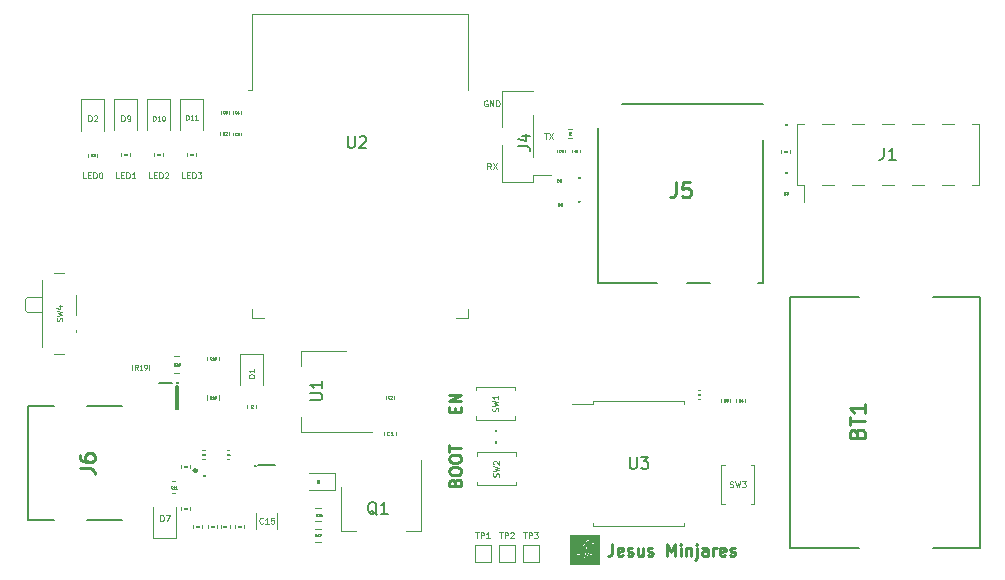
<source format=gbr>
%TF.GenerationSoftware,KiCad,Pcbnew,(6.0.2-0)*%
%TF.CreationDate,2022-09-10T16:34:37-06:00*%
%TF.ProjectId,Sensor Data Logger,53656e73-6f72-4204-9461-7461204c6f67,rev?*%
%TF.SameCoordinates,Original*%
%TF.FileFunction,Legend,Top*%
%TF.FilePolarity,Positive*%
%FSLAX46Y46*%
G04 Gerber Fmt 4.6, Leading zero omitted, Abs format (unit mm)*
G04 Created by KiCad (PCBNEW (6.0.2-0)) date 2022-09-10 16:34:37*
%MOMM*%
%LPD*%
G01*
G04 APERTURE LIST*
%ADD10C,0.250000*%
%ADD11C,0.100000*%
%ADD12C,0.125000*%
%ADD13C,0.050000*%
%ADD14C,0.040000*%
%ADD15C,0.150000*%
%ADD16C,0.025000*%
%ADD17C,0.254000*%
%ADD18C,0.080000*%
%ADD19C,0.075000*%
%ADD20C,0.120000*%
%ADD21C,0.200000*%
G04 APERTURE END LIST*
D10*
X155122571Y-83796095D02*
X155122571Y-83462761D01*
X155646380Y-83319904D02*
X155646380Y-83796095D01*
X154646380Y-83796095D01*
X154646380Y-83319904D01*
X155646380Y-82891333D02*
X154646380Y-82891333D01*
X155646380Y-82319904D01*
X154646380Y-82319904D01*
D11*
X132282476Y-63980190D02*
X132044380Y-63980190D01*
X132044380Y-63480190D01*
X132449142Y-63718285D02*
X132615809Y-63718285D01*
X132687238Y-63980190D02*
X132449142Y-63980190D01*
X132449142Y-63480190D01*
X132687238Y-63480190D01*
X132901523Y-63980190D02*
X132901523Y-63480190D01*
X133020571Y-63480190D01*
X133092000Y-63504000D01*
X133139619Y-63551619D01*
X133163428Y-63599238D01*
X133187238Y-63694476D01*
X133187238Y-63765904D01*
X133163428Y-63861142D01*
X133139619Y-63908761D01*
X133092000Y-63956380D01*
X133020571Y-63980190D01*
X132901523Y-63980190D01*
X133353904Y-63480190D02*
X133663428Y-63480190D01*
X133496761Y-63670666D01*
X133568190Y-63670666D01*
X133615809Y-63694476D01*
X133639619Y-63718285D01*
X133663428Y-63765904D01*
X133663428Y-63884952D01*
X133639619Y-63932571D01*
X133615809Y-63956380D01*
X133568190Y-63980190D01*
X133425333Y-63980190D01*
X133377714Y-63956380D01*
X133353904Y-63932571D01*
D10*
X168458190Y-94956380D02*
X168458190Y-95670666D01*
X168410571Y-95813523D01*
X168315333Y-95908761D01*
X168172476Y-95956380D01*
X168077238Y-95956380D01*
X169315333Y-95908761D02*
X169220095Y-95956380D01*
X169029619Y-95956380D01*
X168934380Y-95908761D01*
X168886761Y-95813523D01*
X168886761Y-95432571D01*
X168934380Y-95337333D01*
X169029619Y-95289714D01*
X169220095Y-95289714D01*
X169315333Y-95337333D01*
X169362952Y-95432571D01*
X169362952Y-95527809D01*
X168886761Y-95623047D01*
X169743904Y-95908761D02*
X169839142Y-95956380D01*
X170029619Y-95956380D01*
X170124857Y-95908761D01*
X170172476Y-95813523D01*
X170172476Y-95765904D01*
X170124857Y-95670666D01*
X170029619Y-95623047D01*
X169886761Y-95623047D01*
X169791523Y-95575428D01*
X169743904Y-95480190D01*
X169743904Y-95432571D01*
X169791523Y-95337333D01*
X169886761Y-95289714D01*
X170029619Y-95289714D01*
X170124857Y-95337333D01*
X171029619Y-95289714D02*
X171029619Y-95956380D01*
X170601047Y-95289714D02*
X170601047Y-95813523D01*
X170648666Y-95908761D01*
X170743904Y-95956380D01*
X170886761Y-95956380D01*
X170982000Y-95908761D01*
X171029619Y-95861142D01*
X171458190Y-95908761D02*
X171553428Y-95956380D01*
X171743904Y-95956380D01*
X171839142Y-95908761D01*
X171886761Y-95813523D01*
X171886761Y-95765904D01*
X171839142Y-95670666D01*
X171743904Y-95623047D01*
X171601047Y-95623047D01*
X171505809Y-95575428D01*
X171458190Y-95480190D01*
X171458190Y-95432571D01*
X171505809Y-95337333D01*
X171601047Y-95289714D01*
X171743904Y-95289714D01*
X171839142Y-95337333D01*
X173077238Y-95956380D02*
X173077238Y-94956380D01*
X173410571Y-95670666D01*
X173743904Y-94956380D01*
X173743904Y-95956380D01*
X174220095Y-95956380D02*
X174220095Y-95289714D01*
X174220095Y-94956380D02*
X174172476Y-95004000D01*
X174220095Y-95051619D01*
X174267714Y-95004000D01*
X174220095Y-94956380D01*
X174220095Y-95051619D01*
X174696285Y-95289714D02*
X174696285Y-95956380D01*
X174696285Y-95384952D02*
X174743904Y-95337333D01*
X174839142Y-95289714D01*
X174982000Y-95289714D01*
X175077238Y-95337333D01*
X175124857Y-95432571D01*
X175124857Y-95956380D01*
X175601047Y-95289714D02*
X175601047Y-96146857D01*
X175553428Y-96242095D01*
X175458190Y-96289714D01*
X175410571Y-96289714D01*
X175601047Y-94956380D02*
X175553428Y-95004000D01*
X175601047Y-95051619D01*
X175648666Y-95004000D01*
X175601047Y-94956380D01*
X175601047Y-95051619D01*
X176505809Y-95956380D02*
X176505809Y-95432571D01*
X176458190Y-95337333D01*
X176362952Y-95289714D01*
X176172476Y-95289714D01*
X176077238Y-95337333D01*
X176505809Y-95908761D02*
X176410571Y-95956380D01*
X176172476Y-95956380D01*
X176077238Y-95908761D01*
X176029619Y-95813523D01*
X176029619Y-95718285D01*
X176077238Y-95623047D01*
X176172476Y-95575428D01*
X176410571Y-95575428D01*
X176505809Y-95527809D01*
X176982000Y-95956380D02*
X176982000Y-95289714D01*
X176982000Y-95480190D02*
X177029619Y-95384952D01*
X177077238Y-95337333D01*
X177172476Y-95289714D01*
X177267714Y-95289714D01*
X177982000Y-95908761D02*
X177886761Y-95956380D01*
X177696285Y-95956380D01*
X177601047Y-95908761D01*
X177553428Y-95813523D01*
X177553428Y-95432571D01*
X177601047Y-95337333D01*
X177696285Y-95289714D01*
X177886761Y-95289714D01*
X177982000Y-95337333D01*
X178029619Y-95432571D01*
X178029619Y-95527809D01*
X177553428Y-95623047D01*
X178410571Y-95908761D02*
X178505809Y-95956380D01*
X178696285Y-95956380D01*
X178791523Y-95908761D01*
X178839142Y-95813523D01*
X178839142Y-95765904D01*
X178791523Y-95670666D01*
X178696285Y-95623047D01*
X178553428Y-95623047D01*
X178458190Y-95575428D01*
X178410571Y-95480190D01*
X178410571Y-95432571D01*
X178458190Y-95337333D01*
X178553428Y-95289714D01*
X178696285Y-95289714D01*
X178791523Y-95337333D01*
X155122571Y-89749142D02*
X155170190Y-89606285D01*
X155217809Y-89558666D01*
X155313047Y-89511047D01*
X155455904Y-89511047D01*
X155551142Y-89558666D01*
X155598761Y-89606285D01*
X155646380Y-89701523D01*
X155646380Y-90082476D01*
X154646380Y-90082476D01*
X154646380Y-89749142D01*
X154694000Y-89653904D01*
X154741619Y-89606285D01*
X154836857Y-89558666D01*
X154932095Y-89558666D01*
X155027333Y-89606285D01*
X155074952Y-89653904D01*
X155122571Y-89749142D01*
X155122571Y-90082476D01*
X154646380Y-88892000D02*
X154646380Y-88701523D01*
X154694000Y-88606285D01*
X154789238Y-88511047D01*
X154979714Y-88463428D01*
X155313047Y-88463428D01*
X155503523Y-88511047D01*
X155598761Y-88606285D01*
X155646380Y-88701523D01*
X155646380Y-88892000D01*
X155598761Y-88987238D01*
X155503523Y-89082476D01*
X155313047Y-89130095D01*
X154979714Y-89130095D01*
X154789238Y-89082476D01*
X154694000Y-88987238D01*
X154646380Y-88892000D01*
X154646380Y-87844380D02*
X154646380Y-87653904D01*
X154694000Y-87558666D01*
X154789238Y-87463428D01*
X154979714Y-87415809D01*
X155313047Y-87415809D01*
X155503523Y-87463428D01*
X155598761Y-87558666D01*
X155646380Y-87653904D01*
X155646380Y-87844380D01*
X155598761Y-87939619D01*
X155503523Y-88034857D01*
X155313047Y-88082476D01*
X154979714Y-88082476D01*
X154789238Y-88034857D01*
X154694000Y-87939619D01*
X154646380Y-87844380D01*
X154646380Y-87130095D02*
X154646380Y-86558666D01*
X155646380Y-86844380D02*
X154646380Y-86844380D01*
D12*
X158158666Y-63218190D02*
X157992000Y-62980095D01*
X157872952Y-63218190D02*
X157872952Y-62718190D01*
X158063428Y-62718190D01*
X158111047Y-62742000D01*
X158134857Y-62765809D01*
X158158666Y-62813428D01*
X158158666Y-62884857D01*
X158134857Y-62932476D01*
X158111047Y-62956285D01*
X158063428Y-62980095D01*
X157872952Y-62980095D01*
X158325333Y-62718190D02*
X158658666Y-63218190D01*
X158658666Y-62718190D02*
X158325333Y-63218190D01*
D11*
X126694476Y-63980190D02*
X126456380Y-63980190D01*
X126456380Y-63480190D01*
X126861142Y-63718285D02*
X127027809Y-63718285D01*
X127099238Y-63980190D02*
X126861142Y-63980190D01*
X126861142Y-63480190D01*
X127099238Y-63480190D01*
X127313523Y-63980190D02*
X127313523Y-63480190D01*
X127432571Y-63480190D01*
X127504000Y-63504000D01*
X127551619Y-63551619D01*
X127575428Y-63599238D01*
X127599238Y-63694476D01*
X127599238Y-63765904D01*
X127575428Y-63861142D01*
X127551619Y-63908761D01*
X127504000Y-63956380D01*
X127432571Y-63980190D01*
X127313523Y-63980190D01*
X128075428Y-63980190D02*
X127789714Y-63980190D01*
X127932571Y-63980190D02*
X127932571Y-63480190D01*
X127884952Y-63551619D01*
X127837333Y-63599238D01*
X127789714Y-63623047D01*
X123900476Y-63980190D02*
X123662380Y-63980190D01*
X123662380Y-63480190D01*
X124067142Y-63718285D02*
X124233809Y-63718285D01*
X124305238Y-63980190D02*
X124067142Y-63980190D01*
X124067142Y-63480190D01*
X124305238Y-63480190D01*
X124519523Y-63980190D02*
X124519523Y-63480190D01*
X124638571Y-63480190D01*
X124710000Y-63504000D01*
X124757619Y-63551619D01*
X124781428Y-63599238D01*
X124805238Y-63694476D01*
X124805238Y-63765904D01*
X124781428Y-63861142D01*
X124757619Y-63908761D01*
X124710000Y-63956380D01*
X124638571Y-63980190D01*
X124519523Y-63980190D01*
X125114761Y-63480190D02*
X125162380Y-63480190D01*
X125210000Y-63504000D01*
X125233809Y-63527809D01*
X125257619Y-63575428D01*
X125281428Y-63670666D01*
X125281428Y-63789714D01*
X125257619Y-63884952D01*
X125233809Y-63932571D01*
X125210000Y-63956380D01*
X125162380Y-63980190D01*
X125114761Y-63980190D01*
X125067142Y-63956380D01*
X125043333Y-63932571D01*
X125019523Y-63884952D01*
X124995714Y-63789714D01*
X124995714Y-63670666D01*
X125019523Y-63575428D01*
X125043333Y-63527809D01*
X125067142Y-63504000D01*
X125114761Y-63480190D01*
X129488476Y-63980190D02*
X129250380Y-63980190D01*
X129250380Y-63480190D01*
X129655142Y-63718285D02*
X129821809Y-63718285D01*
X129893238Y-63980190D02*
X129655142Y-63980190D01*
X129655142Y-63480190D01*
X129893238Y-63480190D01*
X130107523Y-63980190D02*
X130107523Y-63480190D01*
X130226571Y-63480190D01*
X130298000Y-63504000D01*
X130345619Y-63551619D01*
X130369428Y-63599238D01*
X130393238Y-63694476D01*
X130393238Y-63765904D01*
X130369428Y-63861142D01*
X130345619Y-63908761D01*
X130298000Y-63956380D01*
X130226571Y-63980190D01*
X130107523Y-63980190D01*
X130583714Y-63527809D02*
X130607523Y-63504000D01*
X130655142Y-63480190D01*
X130774190Y-63480190D01*
X130821809Y-63504000D01*
X130845619Y-63527809D01*
X130869428Y-63575428D01*
X130869428Y-63623047D01*
X130845619Y-63694476D01*
X130559904Y-63980190D01*
X130869428Y-63980190D01*
D12*
X162687047Y-60178190D02*
X162972761Y-60178190D01*
X162829904Y-60678190D02*
X162829904Y-60178190D01*
X163091809Y-60178190D02*
X163425142Y-60678190D01*
X163425142Y-60178190D02*
X163091809Y-60678190D01*
X157861047Y-57408000D02*
X157813428Y-57384190D01*
X157742000Y-57384190D01*
X157670571Y-57408000D01*
X157622952Y-57455619D01*
X157599142Y-57503238D01*
X157575333Y-57598476D01*
X157575333Y-57669904D01*
X157599142Y-57765142D01*
X157622952Y-57812761D01*
X157670571Y-57860380D01*
X157742000Y-57884190D01*
X157789619Y-57884190D01*
X157861047Y-57860380D01*
X157884857Y-57836571D01*
X157884857Y-57669904D01*
X157789619Y-57669904D01*
X158099142Y-57884190D02*
X158099142Y-57384190D01*
X158384857Y-57884190D01*
X158384857Y-57384190D01*
X158622952Y-57884190D02*
X158622952Y-57384190D01*
X158742000Y-57384190D01*
X158813428Y-57408000D01*
X158861047Y-57455619D01*
X158884857Y-57503238D01*
X158908666Y-57598476D01*
X158908666Y-57669904D01*
X158884857Y-57765142D01*
X158861047Y-57812761D01*
X158813428Y-57860380D01*
X158742000Y-57884190D01*
X158622952Y-57884190D01*
D13*
%TO.C,R18*%
X134491428Y-82640476D02*
X134424761Y-82545238D01*
X134377142Y-82640476D02*
X134377142Y-82440476D01*
X134453333Y-82440476D01*
X134472380Y-82450000D01*
X134481904Y-82459523D01*
X134491428Y-82478571D01*
X134491428Y-82507142D01*
X134481904Y-82526190D01*
X134472380Y-82535714D01*
X134453333Y-82545238D01*
X134377142Y-82545238D01*
X134681904Y-82640476D02*
X134567619Y-82640476D01*
X134624761Y-82640476D02*
X134624761Y-82440476D01*
X134605714Y-82469047D01*
X134586666Y-82488095D01*
X134567619Y-82497619D01*
X134796190Y-82526190D02*
X134777142Y-82516666D01*
X134767619Y-82507142D01*
X134758095Y-82488095D01*
X134758095Y-82478571D01*
X134767619Y-82459523D01*
X134777142Y-82450000D01*
X134796190Y-82440476D01*
X134834285Y-82440476D01*
X134853333Y-82450000D01*
X134862857Y-82459523D01*
X134872380Y-82478571D01*
X134872380Y-82488095D01*
X134862857Y-82507142D01*
X134853333Y-82516666D01*
X134834285Y-82526190D01*
X134796190Y-82526190D01*
X134777142Y-82535714D01*
X134767619Y-82545238D01*
X134758095Y-82564285D01*
X134758095Y-82602380D01*
X134767619Y-82621428D01*
X134777142Y-82630952D01*
X134796190Y-82640476D01*
X134834285Y-82640476D01*
X134853333Y-82630952D01*
X134862857Y-82621428D01*
X134872380Y-82602380D01*
X134872380Y-82564285D01*
X134862857Y-82545238D01*
X134853333Y-82535714D01*
X134834285Y-82526190D01*
D14*
%TO.C,D3*%
X182986380Y-65368476D02*
X182986380Y-65168476D01*
X183034000Y-65168476D01*
X183062571Y-65178000D01*
X183081619Y-65197047D01*
X183091142Y-65216095D01*
X183100666Y-65254190D01*
X183100666Y-65282761D01*
X183091142Y-65320857D01*
X183081619Y-65339904D01*
X183062571Y-65358952D01*
X183034000Y-65368476D01*
X182986380Y-65368476D01*
X183167333Y-65168476D02*
X183291142Y-65168476D01*
X183224476Y-65244666D01*
X183253047Y-65244666D01*
X183272095Y-65254190D01*
X183281619Y-65263714D01*
X183291142Y-65282761D01*
X183291142Y-65330380D01*
X183281619Y-65349428D01*
X183272095Y-65358952D01*
X183253047Y-65368476D01*
X183195904Y-65368476D01*
X183176857Y-65358952D01*
X183167333Y-65349428D01*
D13*
%TO.C,C16*%
X134491428Y-79319428D02*
X134481904Y-79328952D01*
X134453333Y-79338476D01*
X134434285Y-79338476D01*
X134405714Y-79328952D01*
X134386666Y-79309904D01*
X134377142Y-79290857D01*
X134367619Y-79252761D01*
X134367619Y-79224190D01*
X134377142Y-79186095D01*
X134386666Y-79167047D01*
X134405714Y-79148000D01*
X134434285Y-79138476D01*
X134453333Y-79138476D01*
X134481904Y-79148000D01*
X134491428Y-79157523D01*
X134681904Y-79338476D02*
X134567619Y-79338476D01*
X134624761Y-79338476D02*
X134624761Y-79138476D01*
X134605714Y-79167047D01*
X134586666Y-79186095D01*
X134567619Y-79195619D01*
X134853333Y-79138476D02*
X134815238Y-79138476D01*
X134796190Y-79148000D01*
X134786666Y-79157523D01*
X134767619Y-79186095D01*
X134758095Y-79224190D01*
X134758095Y-79300380D01*
X134767619Y-79319428D01*
X134777142Y-79328952D01*
X134796190Y-79338476D01*
X134834285Y-79338476D01*
X134853333Y-79328952D01*
X134862857Y-79319428D01*
X134872380Y-79300380D01*
X134872380Y-79252761D01*
X134862857Y-79233714D01*
X134853333Y-79224190D01*
X134834285Y-79214666D01*
X134796190Y-79214666D01*
X134777142Y-79224190D01*
X134767619Y-79233714D01*
X134758095Y-79252761D01*
%TO.C,R1*%
X138012476Y-83343333D02*
X137917238Y-83410000D01*
X138012476Y-83457619D02*
X137812476Y-83457619D01*
X137812476Y-83381428D01*
X137822000Y-83362380D01*
X137831523Y-83352857D01*
X137850571Y-83343333D01*
X137879142Y-83343333D01*
X137898190Y-83352857D01*
X137907714Y-83362380D01*
X137917238Y-83381428D01*
X137917238Y-83457619D01*
X138012476Y-83152857D02*
X138012476Y-83267142D01*
X138012476Y-83210000D02*
X137812476Y-83210000D01*
X137841047Y-83229047D01*
X137860095Y-83248095D01*
X137869619Y-83267142D01*
D15*
%TO.C,U1*%
X142887880Y-82738904D02*
X143697404Y-82738904D01*
X143792642Y-82691285D01*
X143840261Y-82643666D01*
X143887880Y-82548428D01*
X143887880Y-82357952D01*
X143840261Y-82262714D01*
X143792642Y-82215095D01*
X143697404Y-82167476D01*
X142887880Y-82167476D01*
X143887880Y-81167476D02*
X143887880Y-81738904D01*
X143887880Y-81453190D02*
X142887880Y-81453190D01*
X143030738Y-81548428D01*
X143125976Y-81643666D01*
X143173595Y-81738904D01*
D16*
%TO.C,R6*%
X183117333Y-63545238D02*
X183084000Y-63497619D01*
X183060190Y-63545238D02*
X183060190Y-63445238D01*
X183098285Y-63445238D01*
X183107809Y-63450000D01*
X183112571Y-63454761D01*
X183117333Y-63464285D01*
X183117333Y-63478571D01*
X183112571Y-63488095D01*
X183107809Y-63492857D01*
X183098285Y-63497619D01*
X183060190Y-63497619D01*
X183203047Y-63445238D02*
X183184000Y-63445238D01*
X183174476Y-63450000D01*
X183169714Y-63454761D01*
X183160190Y-63469047D01*
X183155428Y-63488095D01*
X183155428Y-63526190D01*
X183160190Y-63535714D01*
X183164952Y-63540476D01*
X183174476Y-63545238D01*
X183193523Y-63545238D01*
X183203047Y-63540476D01*
X183207809Y-63535714D01*
X183212571Y-63526190D01*
X183212571Y-63502380D01*
X183207809Y-63492857D01*
X183203047Y-63488095D01*
X183193523Y-63483333D01*
X183174476Y-63483333D01*
X183164952Y-63488095D01*
X183160190Y-63492857D01*
X183155428Y-63502380D01*
D13*
%TO.C,D5*%
X163874380Y-66318476D02*
X163874380Y-66118476D01*
X163922000Y-66118476D01*
X163950571Y-66128000D01*
X163969619Y-66147047D01*
X163979142Y-66166095D01*
X163988666Y-66204190D01*
X163988666Y-66232761D01*
X163979142Y-66270857D01*
X163969619Y-66289904D01*
X163950571Y-66308952D01*
X163922000Y-66318476D01*
X163874380Y-66318476D01*
X164169619Y-66118476D02*
X164074380Y-66118476D01*
X164064857Y-66213714D01*
X164074380Y-66204190D01*
X164093428Y-66194666D01*
X164141047Y-66194666D01*
X164160095Y-66204190D01*
X164169619Y-66213714D01*
X164179142Y-66232761D01*
X164179142Y-66280380D01*
X164169619Y-66299428D01*
X164160095Y-66308952D01*
X164141047Y-66318476D01*
X164093428Y-66318476D01*
X164074380Y-66308952D01*
X164064857Y-66299428D01*
D16*
%TO.C,C6*%
X158609714Y-85360666D02*
X158614476Y-85365428D01*
X158619238Y-85379714D01*
X158619238Y-85389238D01*
X158614476Y-85403523D01*
X158604952Y-85413047D01*
X158595428Y-85417809D01*
X158576380Y-85422571D01*
X158562095Y-85422571D01*
X158543047Y-85417809D01*
X158533523Y-85413047D01*
X158524000Y-85403523D01*
X158519238Y-85389238D01*
X158519238Y-85379714D01*
X158524000Y-85365428D01*
X158528761Y-85360666D01*
X158519238Y-85274952D02*
X158519238Y-85294000D01*
X158524000Y-85303523D01*
X158528761Y-85308285D01*
X158543047Y-85317809D01*
X158562095Y-85322571D01*
X158600190Y-85322571D01*
X158609714Y-85317809D01*
X158614476Y-85313047D01*
X158619238Y-85303523D01*
X158619238Y-85284476D01*
X158614476Y-85274952D01*
X158609714Y-85270190D01*
X158600190Y-85265428D01*
X158576380Y-85265428D01*
X158566857Y-85270190D01*
X158562095Y-85274952D01*
X158557333Y-85284476D01*
X158557333Y-85303523D01*
X158562095Y-85313047D01*
X158566857Y-85317809D01*
X158576380Y-85322571D01*
D11*
%TO.C,SW4*%
X121868380Y-76104666D02*
X121892190Y-76033238D01*
X121892190Y-75914190D01*
X121868380Y-75866571D01*
X121844571Y-75842761D01*
X121796952Y-75818952D01*
X121749333Y-75818952D01*
X121701714Y-75842761D01*
X121677904Y-75866571D01*
X121654095Y-75914190D01*
X121630285Y-76009428D01*
X121606476Y-76057047D01*
X121582666Y-76080857D01*
X121535047Y-76104666D01*
X121487428Y-76104666D01*
X121439809Y-76080857D01*
X121416000Y-76057047D01*
X121392190Y-76009428D01*
X121392190Y-75890380D01*
X121416000Y-75818952D01*
X121392190Y-75652285D02*
X121892190Y-75533238D01*
X121535047Y-75438000D01*
X121892190Y-75342761D01*
X121392190Y-75223714D01*
X121558857Y-74818952D02*
X121892190Y-74818952D01*
X121368380Y-74938000D02*
X121725523Y-75057047D01*
X121725523Y-74747523D01*
D13*
%TO.C,D10*%
X129562285Y-59108952D02*
X129562285Y-58708952D01*
X129657523Y-58708952D01*
X129714666Y-58728000D01*
X129752761Y-58766095D01*
X129771809Y-58804190D01*
X129790857Y-58880380D01*
X129790857Y-58937523D01*
X129771809Y-59013714D01*
X129752761Y-59051809D01*
X129714666Y-59089904D01*
X129657523Y-59108952D01*
X129562285Y-59108952D01*
X130171809Y-59108952D02*
X129943238Y-59108952D01*
X130057523Y-59108952D02*
X130057523Y-58708952D01*
X130019428Y-58766095D01*
X129981333Y-58804190D01*
X129943238Y-58823238D01*
X130419428Y-58708952D02*
X130457523Y-58708952D01*
X130495619Y-58728000D01*
X130514666Y-58747047D01*
X130533714Y-58785142D01*
X130552761Y-58861333D01*
X130552761Y-58956571D01*
X130533714Y-59032761D01*
X130514666Y-59070857D01*
X130495619Y-59089904D01*
X130457523Y-59108952D01*
X130419428Y-59108952D01*
X130381333Y-59089904D01*
X130362285Y-59070857D01*
X130343238Y-59032761D01*
X130324190Y-58956571D01*
X130324190Y-58861333D01*
X130343238Y-58785142D01*
X130362285Y-58747047D01*
X130381333Y-58728000D01*
X130419428Y-58708952D01*
D16*
%TO.C,R21*%
X127189714Y-62021238D02*
X127156380Y-61973619D01*
X127132571Y-62021238D02*
X127132571Y-61921238D01*
X127170666Y-61921238D01*
X127180190Y-61926000D01*
X127184952Y-61930761D01*
X127189714Y-61940285D01*
X127189714Y-61954571D01*
X127184952Y-61964095D01*
X127180190Y-61968857D01*
X127170666Y-61973619D01*
X127132571Y-61973619D01*
X127227809Y-61930761D02*
X127232571Y-61926000D01*
X127242095Y-61921238D01*
X127265904Y-61921238D01*
X127275428Y-61926000D01*
X127280190Y-61930761D01*
X127284952Y-61940285D01*
X127284952Y-61949809D01*
X127280190Y-61964095D01*
X127223047Y-62021238D01*
X127284952Y-62021238D01*
X127380190Y-62021238D02*
X127323047Y-62021238D01*
X127351619Y-62021238D02*
X127351619Y-61921238D01*
X127342095Y-61935523D01*
X127332571Y-61945047D01*
X127323047Y-61949809D01*
%TO.C,R11*%
X132269714Y-91993238D02*
X132236380Y-91945619D01*
X132212571Y-91993238D02*
X132212571Y-91893238D01*
X132250666Y-91893238D01*
X132260190Y-91898000D01*
X132264952Y-91902761D01*
X132269714Y-91912285D01*
X132269714Y-91926571D01*
X132264952Y-91936095D01*
X132260190Y-91940857D01*
X132250666Y-91945619D01*
X132212571Y-91945619D01*
X132364952Y-91993238D02*
X132307809Y-91993238D01*
X132336380Y-91993238D02*
X132336380Y-91893238D01*
X132326857Y-91907523D01*
X132317333Y-91917047D01*
X132307809Y-91921809D01*
X132460190Y-91993238D02*
X132403047Y-91993238D01*
X132431619Y-91993238D02*
X132431619Y-91893238D01*
X132422095Y-91907523D01*
X132412571Y-91917047D01*
X132403047Y-91921809D01*
D11*
%TO.C,TP1*%
X156849047Y-93960190D02*
X157134761Y-93960190D01*
X156991904Y-94460190D02*
X156991904Y-93960190D01*
X157301428Y-94460190D02*
X157301428Y-93960190D01*
X157491904Y-93960190D01*
X157539523Y-93984000D01*
X157563333Y-94007809D01*
X157587142Y-94055428D01*
X157587142Y-94126857D01*
X157563333Y-94174476D01*
X157539523Y-94198285D01*
X157491904Y-94222095D01*
X157301428Y-94222095D01*
X158063333Y-94460190D02*
X157777619Y-94460190D01*
X157920476Y-94460190D02*
X157920476Y-93960190D01*
X157872857Y-94031619D01*
X157825238Y-94079238D01*
X157777619Y-94103047D01*
D16*
%TO.C,G\u002A\u002A\u002A*%
X165011904Y-94438000D02*
X165002380Y-94433238D01*
X164988095Y-94433238D01*
X164973809Y-94438000D01*
X164964285Y-94447523D01*
X164959523Y-94457047D01*
X164954761Y-94476095D01*
X164954761Y-94490380D01*
X164959523Y-94509428D01*
X164964285Y-94518952D01*
X164973809Y-94528476D01*
X164988095Y-94533238D01*
X164997619Y-94533238D01*
X165011904Y-94528476D01*
X165016666Y-94523714D01*
X165016666Y-94490380D01*
X164997619Y-94490380D01*
X165073809Y-94433238D02*
X165073809Y-94457047D01*
X165050000Y-94447523D02*
X165073809Y-94457047D01*
X165097619Y-94447523D01*
X165059523Y-94476095D02*
X165073809Y-94457047D01*
X165088095Y-94476095D01*
X165150000Y-94433238D02*
X165150000Y-94457047D01*
X165126190Y-94447523D02*
X165150000Y-94457047D01*
X165173809Y-94447523D01*
X165135714Y-94476095D02*
X165150000Y-94457047D01*
X165164285Y-94476095D01*
X165226190Y-94433238D02*
X165226190Y-94457047D01*
X165202380Y-94447523D02*
X165226190Y-94457047D01*
X165250000Y-94447523D01*
X165211904Y-94476095D02*
X165226190Y-94457047D01*
X165240476Y-94476095D01*
D15*
%TO.C,J1*%
X191436666Y-61413380D02*
X191436666Y-62127666D01*
X191389047Y-62270523D01*
X191293809Y-62365761D01*
X191150952Y-62413380D01*
X191055714Y-62413380D01*
X192436666Y-62413380D02*
X191865238Y-62413380D01*
X192150952Y-62413380D02*
X192150952Y-61413380D01*
X192055714Y-61556238D01*
X191960476Y-61651476D01*
X191865238Y-61699095D01*
D11*
%TO.C,SW2*%
X158831380Y-89257666D02*
X158855190Y-89186238D01*
X158855190Y-89067190D01*
X158831380Y-89019571D01*
X158807571Y-88995761D01*
X158759952Y-88971952D01*
X158712333Y-88971952D01*
X158664714Y-88995761D01*
X158640904Y-89019571D01*
X158617095Y-89067190D01*
X158593285Y-89162428D01*
X158569476Y-89210047D01*
X158545666Y-89233857D01*
X158498047Y-89257666D01*
X158450428Y-89257666D01*
X158402809Y-89233857D01*
X158379000Y-89210047D01*
X158355190Y-89162428D01*
X158355190Y-89043380D01*
X158379000Y-88971952D01*
X158355190Y-88805285D02*
X158855190Y-88686238D01*
X158498047Y-88591000D01*
X158855190Y-88495761D01*
X158355190Y-88376714D01*
X158402809Y-88210047D02*
X158379000Y-88186238D01*
X158355190Y-88138619D01*
X158355190Y-88019571D01*
X158379000Y-87971952D01*
X158402809Y-87948142D01*
X158450428Y-87924333D01*
X158498047Y-87924333D01*
X158569476Y-87948142D01*
X158855190Y-88233857D01*
X158855190Y-87924333D01*
D16*
%TO.C,D4*%
X183060190Y-59481238D02*
X183060190Y-59381238D01*
X183084000Y-59381238D01*
X183098285Y-59386000D01*
X183107809Y-59395523D01*
X183112571Y-59405047D01*
X183117333Y-59424095D01*
X183117333Y-59438380D01*
X183112571Y-59457428D01*
X183107809Y-59466952D01*
X183098285Y-59476476D01*
X183084000Y-59481238D01*
X183060190Y-59481238D01*
X183203047Y-59414571D02*
X183203047Y-59481238D01*
X183179238Y-59376476D02*
X183155428Y-59447904D01*
X183217333Y-59447904D01*
%TO.C,R12*%
X133285714Y-93517238D02*
X133252380Y-93469619D01*
X133228571Y-93517238D02*
X133228571Y-93417238D01*
X133266666Y-93417238D01*
X133276190Y-93422000D01*
X133280952Y-93426761D01*
X133285714Y-93436285D01*
X133285714Y-93450571D01*
X133280952Y-93460095D01*
X133276190Y-93464857D01*
X133266666Y-93469619D01*
X133228571Y-93469619D01*
X133380952Y-93517238D02*
X133323809Y-93517238D01*
X133352380Y-93517238D02*
X133352380Y-93417238D01*
X133342857Y-93431523D01*
X133333333Y-93441047D01*
X133323809Y-93445809D01*
X133419047Y-93426761D02*
X133423809Y-93422000D01*
X133433333Y-93417238D01*
X133457142Y-93417238D01*
X133466666Y-93422000D01*
X133471428Y-93426761D01*
X133476190Y-93436285D01*
X133476190Y-93445809D01*
X133471428Y-93460095D01*
X133414285Y-93517238D01*
X133476190Y-93517238D01*
D13*
%TO.C,C9*%
X164050666Y-61765428D02*
X164041142Y-61774952D01*
X164012571Y-61784476D01*
X163993523Y-61784476D01*
X163964952Y-61774952D01*
X163945904Y-61755904D01*
X163936380Y-61736857D01*
X163926857Y-61698761D01*
X163926857Y-61670190D01*
X163936380Y-61632095D01*
X163945904Y-61613047D01*
X163964952Y-61594000D01*
X163993523Y-61584476D01*
X164012571Y-61584476D01*
X164041142Y-61594000D01*
X164050666Y-61603523D01*
X164145904Y-61784476D02*
X164184000Y-61784476D01*
X164203047Y-61774952D01*
X164212571Y-61765428D01*
X164231619Y-61736857D01*
X164241142Y-61698761D01*
X164241142Y-61622571D01*
X164231619Y-61603523D01*
X164222095Y-61594000D01*
X164203047Y-61584476D01*
X164164952Y-61584476D01*
X164145904Y-61594000D01*
X164136380Y-61603523D01*
X164126857Y-61622571D01*
X164126857Y-61670190D01*
X164136380Y-61689238D01*
X164145904Y-61698761D01*
X164164952Y-61708285D01*
X164203047Y-61708285D01*
X164222095Y-61698761D01*
X164231619Y-61689238D01*
X164241142Y-61670190D01*
%TO.C,R4*%
X179290666Y-82894476D02*
X179224000Y-82799238D01*
X179176380Y-82894476D02*
X179176380Y-82694476D01*
X179252571Y-82694476D01*
X179271619Y-82704000D01*
X179281142Y-82713523D01*
X179290666Y-82732571D01*
X179290666Y-82761142D01*
X179281142Y-82780190D01*
X179271619Y-82789714D01*
X179252571Y-82799238D01*
X179176380Y-82799238D01*
X179462095Y-82761142D02*
X179462095Y-82894476D01*
X179414476Y-82684952D02*
X179366857Y-82827809D01*
X179490666Y-82827809D01*
D16*
%TO.C,R13*%
X135571714Y-93517238D02*
X135538380Y-93469619D01*
X135514571Y-93517238D02*
X135514571Y-93417238D01*
X135552666Y-93417238D01*
X135562190Y-93422000D01*
X135566952Y-93426761D01*
X135571714Y-93436285D01*
X135571714Y-93450571D01*
X135566952Y-93460095D01*
X135562190Y-93464857D01*
X135552666Y-93469619D01*
X135514571Y-93469619D01*
X135666952Y-93517238D02*
X135609809Y-93517238D01*
X135638380Y-93517238D02*
X135638380Y-93417238D01*
X135628857Y-93431523D01*
X135619333Y-93441047D01*
X135609809Y-93445809D01*
X135700285Y-93417238D02*
X135762190Y-93417238D01*
X135728857Y-93455333D01*
X135743142Y-93455333D01*
X135752666Y-93460095D01*
X135757428Y-93464857D01*
X135762190Y-93474380D01*
X135762190Y-93498190D01*
X135757428Y-93507714D01*
X135752666Y-93512476D01*
X135743142Y-93517238D01*
X135714571Y-93517238D01*
X135705047Y-93512476D01*
X135700285Y-93507714D01*
D17*
%TO.C,J6*%
X123335523Y-88562333D02*
X124242666Y-88562333D01*
X124424095Y-88622809D01*
X124545047Y-88743761D01*
X124605523Y-88925190D01*
X124605523Y-89046142D01*
X123335523Y-87413285D02*
X123335523Y-87655190D01*
X123396000Y-87776142D01*
X123456476Y-87836619D01*
X123637904Y-87957571D01*
X123879809Y-88018047D01*
X124363619Y-88018047D01*
X124484571Y-87957571D01*
X124545047Y-87897095D01*
X124605523Y-87776142D01*
X124605523Y-87534238D01*
X124545047Y-87413285D01*
X124484571Y-87352809D01*
X124363619Y-87292333D01*
X124061238Y-87292333D01*
X123940285Y-87352809D01*
X123879809Y-87413285D01*
X123819333Y-87534238D01*
X123819333Y-87776142D01*
X123879809Y-87897095D01*
X123940285Y-87957571D01*
X124061238Y-88018047D01*
D16*
%TO.C,C8*%
X175751333Y-82331714D02*
X175746571Y-82336476D01*
X175732285Y-82341238D01*
X175722761Y-82341238D01*
X175708476Y-82336476D01*
X175698952Y-82326952D01*
X175694190Y-82317428D01*
X175689428Y-82298380D01*
X175689428Y-82284095D01*
X175694190Y-82265047D01*
X175698952Y-82255523D01*
X175708476Y-82246000D01*
X175722761Y-82241238D01*
X175732285Y-82241238D01*
X175746571Y-82246000D01*
X175751333Y-82250761D01*
X175808476Y-82284095D02*
X175798952Y-82279333D01*
X175794190Y-82274571D01*
X175789428Y-82265047D01*
X175789428Y-82260285D01*
X175794190Y-82250761D01*
X175798952Y-82246000D01*
X175808476Y-82241238D01*
X175827523Y-82241238D01*
X175837047Y-82246000D01*
X175841809Y-82250761D01*
X175846571Y-82260285D01*
X175846571Y-82265047D01*
X175841809Y-82274571D01*
X175837047Y-82279333D01*
X175827523Y-82284095D01*
X175808476Y-82284095D01*
X175798952Y-82288857D01*
X175794190Y-82293619D01*
X175789428Y-82303142D01*
X175789428Y-82322190D01*
X175794190Y-82331714D01*
X175798952Y-82336476D01*
X175808476Y-82341238D01*
X175827523Y-82341238D01*
X175837047Y-82336476D01*
X175841809Y-82331714D01*
X175846571Y-82322190D01*
X175846571Y-82303142D01*
X175841809Y-82293619D01*
X175837047Y-82288857D01*
X175827523Y-82284095D01*
D11*
%TO.C,TP2*%
X158881047Y-93960190D02*
X159166761Y-93960190D01*
X159023904Y-94460190D02*
X159023904Y-93960190D01*
X159333428Y-94460190D02*
X159333428Y-93960190D01*
X159523904Y-93960190D01*
X159571523Y-93984000D01*
X159595333Y-94007809D01*
X159619142Y-94055428D01*
X159619142Y-94126857D01*
X159595333Y-94174476D01*
X159571523Y-94198285D01*
X159523904Y-94222095D01*
X159333428Y-94222095D01*
X159809619Y-94007809D02*
X159833428Y-93984000D01*
X159881047Y-93960190D01*
X160000095Y-93960190D01*
X160047714Y-93984000D01*
X160071523Y-94007809D01*
X160095333Y-94055428D01*
X160095333Y-94103047D01*
X160071523Y-94174476D01*
X159785809Y-94460190D01*
X160095333Y-94460190D01*
D13*
%TO.C,C5*%
X135602666Y-58491428D02*
X135593142Y-58500952D01*
X135564571Y-58510476D01*
X135545523Y-58510476D01*
X135516952Y-58500952D01*
X135497904Y-58481904D01*
X135488380Y-58462857D01*
X135478857Y-58424761D01*
X135478857Y-58396190D01*
X135488380Y-58358095D01*
X135497904Y-58339047D01*
X135516952Y-58320000D01*
X135545523Y-58310476D01*
X135564571Y-58310476D01*
X135593142Y-58320000D01*
X135602666Y-58329523D01*
X135783619Y-58310476D02*
X135688380Y-58310476D01*
X135678857Y-58405714D01*
X135688380Y-58396190D01*
X135707428Y-58386666D01*
X135755047Y-58386666D01*
X135774095Y-58396190D01*
X135783619Y-58405714D01*
X135793142Y-58424761D01*
X135793142Y-58472380D01*
X135783619Y-58491428D01*
X135774095Y-58500952D01*
X135755047Y-58510476D01*
X135707428Y-58510476D01*
X135688380Y-58500952D01*
X135678857Y-58491428D01*
D16*
%TO.C,R7*%
X165591333Y-66019238D02*
X165558000Y-65971619D01*
X165534190Y-66019238D02*
X165534190Y-65919238D01*
X165572285Y-65919238D01*
X165581809Y-65924000D01*
X165586571Y-65928761D01*
X165591333Y-65938285D01*
X165591333Y-65952571D01*
X165586571Y-65962095D01*
X165581809Y-65966857D01*
X165572285Y-65971619D01*
X165534190Y-65971619D01*
X165624666Y-65919238D02*
X165691333Y-65919238D01*
X165648476Y-66019238D01*
%TO.C,R23*%
X132777714Y-62021238D02*
X132744380Y-61973619D01*
X132720571Y-62021238D02*
X132720571Y-61921238D01*
X132758666Y-61921238D01*
X132768190Y-61926000D01*
X132772952Y-61930761D01*
X132777714Y-61940285D01*
X132777714Y-61954571D01*
X132772952Y-61964095D01*
X132768190Y-61968857D01*
X132758666Y-61973619D01*
X132720571Y-61973619D01*
X132815809Y-61930761D02*
X132820571Y-61926000D01*
X132830095Y-61921238D01*
X132853904Y-61921238D01*
X132863428Y-61926000D01*
X132868190Y-61930761D01*
X132872952Y-61940285D01*
X132872952Y-61949809D01*
X132868190Y-61964095D01*
X132811047Y-62021238D01*
X132872952Y-62021238D01*
X132906285Y-61921238D02*
X132968190Y-61921238D01*
X132934857Y-61959333D01*
X132949142Y-61959333D01*
X132958666Y-61964095D01*
X132963428Y-61968857D01*
X132968190Y-61978380D01*
X132968190Y-62002190D01*
X132963428Y-62011714D01*
X132958666Y-62016476D01*
X132949142Y-62021238D01*
X132920571Y-62021238D01*
X132911047Y-62016476D01*
X132906285Y-62011714D01*
D17*
%TO.C,J5*%
X173820666Y-64328523D02*
X173820666Y-65235666D01*
X173760190Y-65417095D01*
X173639238Y-65538047D01*
X173457809Y-65598523D01*
X173336857Y-65598523D01*
X175030190Y-64328523D02*
X174425428Y-64328523D01*
X174364952Y-64933285D01*
X174425428Y-64872809D01*
X174546380Y-64812333D01*
X174848761Y-64812333D01*
X174969714Y-64872809D01*
X175030190Y-64933285D01*
X175090666Y-65054238D01*
X175090666Y-65356619D01*
X175030190Y-65477571D01*
X174969714Y-65538047D01*
X174848761Y-65598523D01*
X174546380Y-65598523D01*
X174425428Y-65538047D01*
X174364952Y-65477571D01*
D13*
%TO.C,R8*%
X164936476Y-60231333D02*
X164841238Y-60298000D01*
X164936476Y-60345619D02*
X164736476Y-60345619D01*
X164736476Y-60269428D01*
X164746000Y-60250380D01*
X164755523Y-60240857D01*
X164774571Y-60231333D01*
X164803142Y-60231333D01*
X164822190Y-60240857D01*
X164831714Y-60250380D01*
X164841238Y-60269428D01*
X164841238Y-60345619D01*
X164822190Y-60117047D02*
X164812666Y-60136095D01*
X164803142Y-60145619D01*
X164784095Y-60155142D01*
X164774571Y-60155142D01*
X164755523Y-60145619D01*
X164746000Y-60136095D01*
X164736476Y-60117047D01*
X164736476Y-60078952D01*
X164746000Y-60059904D01*
X164755523Y-60050380D01*
X164774571Y-60040857D01*
X164784095Y-60040857D01*
X164803142Y-60050380D01*
X164812666Y-60059904D01*
X164822190Y-60078952D01*
X164822190Y-60117047D01*
X164831714Y-60136095D01*
X164841238Y-60145619D01*
X164860285Y-60155142D01*
X164898380Y-60155142D01*
X164917428Y-60145619D01*
X164926952Y-60136095D01*
X164936476Y-60117047D01*
X164936476Y-60078952D01*
X164926952Y-60059904D01*
X164917428Y-60050380D01*
X164898380Y-60040857D01*
X164860285Y-60040857D01*
X164841238Y-60050380D01*
X164831714Y-60059904D01*
X164822190Y-60078952D01*
D16*
%TO.C,R15*%
X136841714Y-93517238D02*
X136808380Y-93469619D01*
X136784571Y-93517238D02*
X136784571Y-93417238D01*
X136822666Y-93417238D01*
X136832190Y-93422000D01*
X136836952Y-93426761D01*
X136841714Y-93436285D01*
X136841714Y-93450571D01*
X136836952Y-93460095D01*
X136832190Y-93464857D01*
X136822666Y-93469619D01*
X136784571Y-93469619D01*
X136936952Y-93517238D02*
X136879809Y-93517238D01*
X136908380Y-93517238D02*
X136908380Y-93417238D01*
X136898857Y-93431523D01*
X136889333Y-93441047D01*
X136879809Y-93445809D01*
X137027428Y-93417238D02*
X136979809Y-93417238D01*
X136975047Y-93464857D01*
X136979809Y-93460095D01*
X136989333Y-93455333D01*
X137013142Y-93455333D01*
X137022666Y-93460095D01*
X137027428Y-93464857D01*
X137032190Y-93474380D01*
X137032190Y-93498190D01*
X137027428Y-93507714D01*
X137022666Y-93512476D01*
X137013142Y-93517238D01*
X136989333Y-93517238D01*
X136979809Y-93512476D01*
X136975047Y-93507714D01*
D17*
%TO.C,BT1*%
X189139285Y-85579857D02*
X189199761Y-85398428D01*
X189260238Y-85337952D01*
X189381190Y-85277476D01*
X189562619Y-85277476D01*
X189683571Y-85337952D01*
X189744047Y-85398428D01*
X189804523Y-85519380D01*
X189804523Y-86003190D01*
X188534523Y-86003190D01*
X188534523Y-85579857D01*
X188595000Y-85458904D01*
X188655476Y-85398428D01*
X188776428Y-85337952D01*
X188897380Y-85337952D01*
X189018333Y-85398428D01*
X189078809Y-85458904D01*
X189139285Y-85579857D01*
X189139285Y-86003190D01*
X188534523Y-84914619D02*
X188534523Y-84188904D01*
X189804523Y-84551761D02*
X188534523Y-84551761D01*
X189804523Y-83100333D02*
X189804523Y-83826047D01*
X189804523Y-83463190D02*
X188534523Y-83463190D01*
X188715952Y-83584142D01*
X188836904Y-83705095D01*
X188897380Y-83826047D01*
D13*
%TO.C,C11*%
X131185428Y-90241428D02*
X131175904Y-90250952D01*
X131147333Y-90260476D01*
X131128285Y-90260476D01*
X131099714Y-90250952D01*
X131080666Y-90231904D01*
X131071142Y-90212857D01*
X131061619Y-90174761D01*
X131061619Y-90146190D01*
X131071142Y-90108095D01*
X131080666Y-90089047D01*
X131099714Y-90070000D01*
X131128285Y-90060476D01*
X131147333Y-90060476D01*
X131175904Y-90070000D01*
X131185428Y-90079523D01*
X131375904Y-90260476D02*
X131261619Y-90260476D01*
X131318761Y-90260476D02*
X131318761Y-90060476D01*
X131299714Y-90089047D01*
X131280666Y-90108095D01*
X131261619Y-90117619D01*
X131566380Y-90260476D02*
X131452095Y-90260476D01*
X131509238Y-90260476D02*
X131509238Y-90060476D01*
X131490190Y-90089047D01*
X131471142Y-90108095D01*
X131452095Y-90117619D01*
D11*
%TO.C,SW3*%
X178403333Y-90118380D02*
X178474761Y-90142190D01*
X178593809Y-90142190D01*
X178641428Y-90118380D01*
X178665238Y-90094571D01*
X178689047Y-90046952D01*
X178689047Y-89999333D01*
X178665238Y-89951714D01*
X178641428Y-89927904D01*
X178593809Y-89904095D01*
X178498571Y-89880285D01*
X178450952Y-89856476D01*
X178427142Y-89832666D01*
X178403333Y-89785047D01*
X178403333Y-89737428D01*
X178427142Y-89689809D01*
X178450952Y-89666000D01*
X178498571Y-89642190D01*
X178617619Y-89642190D01*
X178689047Y-89666000D01*
X178855714Y-89642190D02*
X178974761Y-90142190D01*
X179070000Y-89785047D01*
X179165238Y-90142190D01*
X179284285Y-89642190D01*
X179427142Y-89642190D02*
X179736666Y-89642190D01*
X179570000Y-89832666D01*
X179641428Y-89832666D01*
X179689047Y-89856476D01*
X179712857Y-89880285D01*
X179736666Y-89927904D01*
X179736666Y-90046952D01*
X179712857Y-90094571D01*
X179689047Y-90118380D01*
X179641428Y-90142190D01*
X179498571Y-90142190D01*
X179450952Y-90118380D01*
X179427142Y-90094571D01*
D15*
%TO.C,U2*%
X146050095Y-60412380D02*
X146050095Y-61221904D01*
X146097714Y-61317142D01*
X146145333Y-61364761D01*
X146240571Y-61412380D01*
X146431047Y-61412380D01*
X146526285Y-61364761D01*
X146573904Y-61317142D01*
X146621523Y-61221904D01*
X146621523Y-60412380D01*
X147050095Y-60507619D02*
X147097714Y-60460000D01*
X147192952Y-60412380D01*
X147431047Y-60412380D01*
X147526285Y-60460000D01*
X147573904Y-60507619D01*
X147621523Y-60602857D01*
X147621523Y-60698095D01*
X147573904Y-60840952D01*
X147002476Y-61412380D01*
X147621523Y-61412380D01*
D13*
%TO.C,C2*%
X149572666Y-82621428D02*
X149563142Y-82630952D01*
X149534571Y-82640476D01*
X149515523Y-82640476D01*
X149486952Y-82630952D01*
X149467904Y-82611904D01*
X149458380Y-82592857D01*
X149448857Y-82554761D01*
X149448857Y-82526190D01*
X149458380Y-82488095D01*
X149467904Y-82469047D01*
X149486952Y-82450000D01*
X149515523Y-82440476D01*
X149534571Y-82440476D01*
X149563142Y-82450000D01*
X149572666Y-82459523D01*
X149648857Y-82459523D02*
X149658380Y-82450000D01*
X149677428Y-82440476D01*
X149725047Y-82440476D01*
X149744095Y-82450000D01*
X149753619Y-82459523D01*
X149763142Y-82478571D01*
X149763142Y-82497619D01*
X149753619Y-82526190D01*
X149639333Y-82640476D01*
X149763142Y-82640476D01*
%TO.C,R3*%
X124426666Y-62146976D02*
X124360000Y-62051738D01*
X124312380Y-62146976D02*
X124312380Y-61946976D01*
X124388571Y-61946976D01*
X124407619Y-61956500D01*
X124417142Y-61966023D01*
X124426666Y-61985071D01*
X124426666Y-62013642D01*
X124417142Y-62032690D01*
X124407619Y-62042214D01*
X124388571Y-62051738D01*
X124312380Y-62051738D01*
X124493333Y-61946976D02*
X124617142Y-61946976D01*
X124550476Y-62023166D01*
X124579047Y-62023166D01*
X124598095Y-62032690D01*
X124607619Y-62042214D01*
X124617142Y-62061261D01*
X124617142Y-62108880D01*
X124607619Y-62127928D01*
X124598095Y-62137452D01*
X124579047Y-62146976D01*
X124521904Y-62146976D01*
X124502857Y-62137452D01*
X124493333Y-62127928D01*
D16*
%TO.C,Q2*%
X131562476Y-81334761D02*
X131552952Y-81330000D01*
X131543428Y-81320476D01*
X131529142Y-81306190D01*
X131519619Y-81301428D01*
X131510095Y-81301428D01*
X131514857Y-81325238D02*
X131505333Y-81320476D01*
X131495809Y-81310952D01*
X131491047Y-81291904D01*
X131491047Y-81258571D01*
X131495809Y-81239523D01*
X131505333Y-81230000D01*
X131514857Y-81225238D01*
X131533904Y-81225238D01*
X131543428Y-81230000D01*
X131552952Y-81239523D01*
X131557714Y-81258571D01*
X131557714Y-81291904D01*
X131552952Y-81310952D01*
X131543428Y-81320476D01*
X131533904Y-81325238D01*
X131514857Y-81325238D01*
X131595809Y-81234761D02*
X131600571Y-81230000D01*
X131610095Y-81225238D01*
X131633904Y-81225238D01*
X131643428Y-81230000D01*
X131648190Y-81234761D01*
X131652952Y-81244285D01*
X131652952Y-81253809D01*
X131648190Y-81268095D01*
X131591047Y-81325238D01*
X131652952Y-81325238D01*
D13*
%TO.C,C4*%
X136618666Y-58491428D02*
X136609142Y-58500952D01*
X136580571Y-58510476D01*
X136561523Y-58510476D01*
X136532952Y-58500952D01*
X136513904Y-58481904D01*
X136504380Y-58462857D01*
X136494857Y-58424761D01*
X136494857Y-58396190D01*
X136504380Y-58358095D01*
X136513904Y-58339047D01*
X136532952Y-58320000D01*
X136561523Y-58310476D01*
X136580571Y-58310476D01*
X136609142Y-58320000D01*
X136618666Y-58329523D01*
X136790095Y-58377142D02*
X136790095Y-58510476D01*
X136742476Y-58300952D02*
X136694857Y-58443809D01*
X136818666Y-58443809D01*
D16*
%TO.C,C7*%
X158622714Y-86321666D02*
X158627476Y-86326428D01*
X158632238Y-86340714D01*
X158632238Y-86350238D01*
X158627476Y-86364523D01*
X158617952Y-86374047D01*
X158608428Y-86378809D01*
X158589380Y-86383571D01*
X158575095Y-86383571D01*
X158556047Y-86378809D01*
X158546523Y-86374047D01*
X158537000Y-86364523D01*
X158532238Y-86350238D01*
X158532238Y-86340714D01*
X158537000Y-86326428D01*
X158541761Y-86321666D01*
X158532238Y-86288333D02*
X158532238Y-86221666D01*
X158632238Y-86264523D01*
D13*
%TO.C,D6*%
X163799380Y-64286476D02*
X163799380Y-64086476D01*
X163847000Y-64086476D01*
X163875571Y-64096000D01*
X163894619Y-64115047D01*
X163904142Y-64134095D01*
X163913666Y-64172190D01*
X163913666Y-64200761D01*
X163904142Y-64238857D01*
X163894619Y-64257904D01*
X163875571Y-64276952D01*
X163847000Y-64286476D01*
X163799380Y-64286476D01*
X164085095Y-64086476D02*
X164047000Y-64086476D01*
X164027952Y-64096000D01*
X164018428Y-64105523D01*
X163999380Y-64134095D01*
X163989857Y-64172190D01*
X163989857Y-64248380D01*
X163999380Y-64267428D01*
X164008904Y-64276952D01*
X164027952Y-64286476D01*
X164066047Y-64286476D01*
X164085095Y-64276952D01*
X164094619Y-64267428D01*
X164104142Y-64248380D01*
X164104142Y-64200761D01*
X164094619Y-64181714D01*
X164085095Y-64172190D01*
X164066047Y-64162666D01*
X164027952Y-64162666D01*
X164008904Y-64172190D01*
X163999380Y-64181714D01*
X163989857Y-64200761D01*
%TO.C,R20*%
X131443428Y-79846476D02*
X131376761Y-79751238D01*
X131329142Y-79846476D02*
X131329142Y-79646476D01*
X131405333Y-79646476D01*
X131424380Y-79656000D01*
X131433904Y-79665523D01*
X131443428Y-79684571D01*
X131443428Y-79713142D01*
X131433904Y-79732190D01*
X131424380Y-79741714D01*
X131405333Y-79751238D01*
X131329142Y-79751238D01*
X131519619Y-79665523D02*
X131529142Y-79656000D01*
X131548190Y-79646476D01*
X131595809Y-79646476D01*
X131614857Y-79656000D01*
X131624380Y-79665523D01*
X131633904Y-79684571D01*
X131633904Y-79703619D01*
X131624380Y-79732190D01*
X131510095Y-79846476D01*
X131633904Y-79846476D01*
X131757714Y-79646476D02*
X131776761Y-79646476D01*
X131795809Y-79656000D01*
X131805333Y-79665523D01*
X131814857Y-79684571D01*
X131824380Y-79722666D01*
X131824380Y-79770285D01*
X131814857Y-79808380D01*
X131805333Y-79827428D01*
X131795809Y-79836952D01*
X131776761Y-79846476D01*
X131757714Y-79846476D01*
X131738666Y-79836952D01*
X131729142Y-79827428D01*
X131719619Y-79808380D01*
X131710095Y-79770285D01*
X131710095Y-79722666D01*
X131719619Y-79684571D01*
X131729142Y-79665523D01*
X131738666Y-79656000D01*
X131757714Y-79646476D01*
D11*
%TO.C,D9*%
X126884952Y-59154190D02*
X126884952Y-58654190D01*
X127004000Y-58654190D01*
X127075428Y-58678000D01*
X127123047Y-58725619D01*
X127146857Y-58773238D01*
X127170666Y-58868476D01*
X127170666Y-58939904D01*
X127146857Y-59035142D01*
X127123047Y-59082761D01*
X127075428Y-59130380D01*
X127004000Y-59154190D01*
X126884952Y-59154190D01*
X127408761Y-59154190D02*
X127504000Y-59154190D01*
X127551619Y-59130380D01*
X127575428Y-59106571D01*
X127623047Y-59035142D01*
X127646857Y-58939904D01*
X127646857Y-58749428D01*
X127623047Y-58701809D01*
X127599238Y-58678000D01*
X127551619Y-58654190D01*
X127456380Y-58654190D01*
X127408761Y-58678000D01*
X127384952Y-58701809D01*
X127361142Y-58749428D01*
X127361142Y-58868476D01*
X127384952Y-58916095D01*
X127408761Y-58939904D01*
X127456380Y-58963714D01*
X127551619Y-58963714D01*
X127599238Y-58939904D01*
X127623047Y-58916095D01*
X127646857Y-58868476D01*
D15*
%TO.C,Q1*%
X148508511Y-92495619D02*
X148413273Y-92448000D01*
X148318035Y-92352761D01*
X148175178Y-92209904D01*
X148079940Y-92162285D01*
X147984702Y-92162285D01*
X148032321Y-92400380D02*
X147937083Y-92352761D01*
X147841845Y-92257523D01*
X147794226Y-92067047D01*
X147794226Y-91733714D01*
X147841845Y-91543238D01*
X147937083Y-91448000D01*
X148032321Y-91400380D01*
X148222797Y-91400380D01*
X148318035Y-91448000D01*
X148413273Y-91543238D01*
X148460892Y-91733714D01*
X148460892Y-92067047D01*
X148413273Y-92257523D01*
X148318035Y-92352761D01*
X148222797Y-92400380D01*
X148032321Y-92400380D01*
X149413273Y-92400380D02*
X148841845Y-92400380D01*
X149127559Y-92400380D02*
X149127559Y-91400380D01*
X149032321Y-91543238D01*
X148937083Y-91638476D01*
X148841845Y-91686095D01*
D18*
%TO.C,D7*%
X130186952Y-93014690D02*
X130186952Y-92514690D01*
X130306000Y-92514690D01*
X130377428Y-92538500D01*
X130425047Y-92586119D01*
X130448857Y-92633738D01*
X130472666Y-92728976D01*
X130472666Y-92800404D01*
X130448857Y-92895642D01*
X130425047Y-92943261D01*
X130377428Y-92990880D01*
X130306000Y-93014690D01*
X130186952Y-93014690D01*
X130639333Y-92514690D02*
X130972666Y-92514690D01*
X130758380Y-93014690D01*
D13*
%TO.C,R16*%
X143454178Y-92574476D02*
X143387511Y-92479238D01*
X143339892Y-92574476D02*
X143339892Y-92374476D01*
X143416083Y-92374476D01*
X143435130Y-92384000D01*
X143444654Y-92393523D01*
X143454178Y-92412571D01*
X143454178Y-92441142D01*
X143444654Y-92460190D01*
X143435130Y-92469714D01*
X143416083Y-92479238D01*
X143339892Y-92479238D01*
X143644654Y-92574476D02*
X143530369Y-92574476D01*
X143587511Y-92574476D02*
X143587511Y-92374476D01*
X143568464Y-92403047D01*
X143549416Y-92422095D01*
X143530369Y-92431619D01*
X143816083Y-92374476D02*
X143777988Y-92374476D01*
X143758940Y-92384000D01*
X143749416Y-92393523D01*
X143730369Y-92422095D01*
X143720845Y-92460190D01*
X143720845Y-92536380D01*
X143730369Y-92555428D01*
X143739892Y-92564952D01*
X143758940Y-92574476D01*
X143797035Y-92574476D01*
X143816083Y-92564952D01*
X143825607Y-92555428D01*
X143835130Y-92536380D01*
X143835130Y-92488761D01*
X143825607Y-92469714D01*
X143816083Y-92460190D01*
X143797035Y-92450666D01*
X143758940Y-92450666D01*
X143739892Y-92460190D01*
X143730369Y-92469714D01*
X143720845Y-92488761D01*
D16*
%TO.C,IC1*%
X133760380Y-89199238D02*
X133760380Y-89099238D01*
X133865142Y-89189714D02*
X133860380Y-89194476D01*
X133846095Y-89199238D01*
X133836571Y-89199238D01*
X133822285Y-89194476D01*
X133812761Y-89184952D01*
X133808000Y-89175428D01*
X133803238Y-89156380D01*
X133803238Y-89142095D01*
X133808000Y-89123047D01*
X133812761Y-89113523D01*
X133822285Y-89104000D01*
X133836571Y-89099238D01*
X133846095Y-89099238D01*
X133860380Y-89104000D01*
X133865142Y-89108761D01*
X133960380Y-89199238D02*
X133903238Y-89199238D01*
X133931809Y-89199238D02*
X133931809Y-89099238D01*
X133922285Y-89113523D01*
X133912761Y-89123047D01*
X133903238Y-89127809D01*
D11*
%TO.C,D2*%
X124090952Y-59154190D02*
X124090952Y-58654190D01*
X124210000Y-58654190D01*
X124281428Y-58678000D01*
X124329047Y-58725619D01*
X124352857Y-58773238D01*
X124376666Y-58868476D01*
X124376666Y-58939904D01*
X124352857Y-59035142D01*
X124329047Y-59082761D01*
X124281428Y-59130380D01*
X124210000Y-59154190D01*
X124090952Y-59154190D01*
X124567142Y-58701809D02*
X124590952Y-58678000D01*
X124638571Y-58654190D01*
X124757619Y-58654190D01*
X124805238Y-58678000D01*
X124829047Y-58701809D01*
X124852857Y-58749428D01*
X124852857Y-58797047D01*
X124829047Y-58868476D01*
X124543333Y-59154190D01*
X124852857Y-59154190D01*
D18*
%TO.C,R19*%
X128266857Y-80190952D02*
X128133523Y-80000476D01*
X128038285Y-80190952D02*
X128038285Y-79790952D01*
X128190666Y-79790952D01*
X128228761Y-79810000D01*
X128247809Y-79829047D01*
X128266857Y-79867142D01*
X128266857Y-79924285D01*
X128247809Y-79962380D01*
X128228761Y-79981428D01*
X128190666Y-80000476D01*
X128038285Y-80000476D01*
X128647809Y-80190952D02*
X128419238Y-80190952D01*
X128533523Y-80190952D02*
X128533523Y-79790952D01*
X128495428Y-79848095D01*
X128457333Y-79886190D01*
X128419238Y-79905238D01*
X128838285Y-80190952D02*
X128914476Y-80190952D01*
X128952571Y-80171904D01*
X128971619Y-80152857D01*
X129009714Y-80095714D01*
X129028761Y-80019523D01*
X129028761Y-79867142D01*
X129009714Y-79829047D01*
X128990666Y-79810000D01*
X128952571Y-79790952D01*
X128876380Y-79790952D01*
X128838285Y-79810000D01*
X128819238Y-79829047D01*
X128800190Y-79867142D01*
X128800190Y-79962380D01*
X128819238Y-80000476D01*
X128838285Y-80019523D01*
X128876380Y-80038571D01*
X128952571Y-80038571D01*
X128990666Y-80019523D01*
X129009714Y-80000476D01*
X129028761Y-79962380D01*
D13*
%TO.C,D11*%
X132356285Y-59028452D02*
X132356285Y-58628452D01*
X132451523Y-58628452D01*
X132508666Y-58647500D01*
X132546761Y-58685595D01*
X132565809Y-58723690D01*
X132584857Y-58799880D01*
X132584857Y-58857023D01*
X132565809Y-58933214D01*
X132546761Y-58971309D01*
X132508666Y-59009404D01*
X132451523Y-59028452D01*
X132356285Y-59028452D01*
X132965809Y-59028452D02*
X132737238Y-59028452D01*
X132851523Y-59028452D02*
X132851523Y-58628452D01*
X132813428Y-58685595D01*
X132775333Y-58723690D01*
X132737238Y-58742738D01*
X133346761Y-59028452D02*
X133118190Y-59028452D01*
X133232476Y-59028452D02*
X133232476Y-58628452D01*
X133194380Y-58685595D01*
X133156285Y-58723690D01*
X133118190Y-58742738D01*
D16*
%TO.C,C10*%
X165289714Y-61729714D02*
X165284952Y-61734476D01*
X165270666Y-61739238D01*
X165261142Y-61739238D01*
X165246857Y-61734476D01*
X165237333Y-61724952D01*
X165232571Y-61715428D01*
X165227809Y-61696380D01*
X165227809Y-61682095D01*
X165232571Y-61663047D01*
X165237333Y-61653523D01*
X165246857Y-61644000D01*
X165261142Y-61639238D01*
X165270666Y-61639238D01*
X165284952Y-61644000D01*
X165289714Y-61648761D01*
X165384952Y-61739238D02*
X165327809Y-61739238D01*
X165356380Y-61739238D02*
X165356380Y-61639238D01*
X165346857Y-61653523D01*
X165337333Y-61663047D01*
X165327809Y-61667809D01*
X165446857Y-61639238D02*
X165456380Y-61639238D01*
X165465904Y-61644000D01*
X165470666Y-61648761D01*
X165475428Y-61658285D01*
X165480190Y-61677333D01*
X165480190Y-61701142D01*
X165475428Y-61720190D01*
X165470666Y-61729714D01*
X165465904Y-61734476D01*
X165456380Y-61739238D01*
X165446857Y-61739238D01*
X165437333Y-61734476D01*
X165432571Y-61729714D01*
X165427809Y-61720190D01*
X165423047Y-61701142D01*
X165423047Y-61677333D01*
X165427809Y-61658285D01*
X165432571Y-61648761D01*
X165437333Y-61644000D01*
X165446857Y-61639238D01*
%TO.C,R22*%
X129983714Y-62021238D02*
X129950380Y-61973619D01*
X129926571Y-62021238D02*
X129926571Y-61921238D01*
X129964666Y-61921238D01*
X129974190Y-61926000D01*
X129978952Y-61930761D01*
X129983714Y-61940285D01*
X129983714Y-61954571D01*
X129978952Y-61964095D01*
X129974190Y-61968857D01*
X129964666Y-61973619D01*
X129926571Y-61973619D01*
X130021809Y-61930761D02*
X130026571Y-61926000D01*
X130036095Y-61921238D01*
X130059904Y-61921238D01*
X130069428Y-61926000D01*
X130074190Y-61930761D01*
X130078952Y-61940285D01*
X130078952Y-61949809D01*
X130074190Y-61964095D01*
X130017047Y-62021238D01*
X130078952Y-62021238D01*
X130117047Y-61930761D02*
X130121809Y-61926000D01*
X130131333Y-61921238D01*
X130155142Y-61921238D01*
X130164666Y-61926000D01*
X130169428Y-61930761D01*
X130174190Y-61940285D01*
X130174190Y-61949809D01*
X130169428Y-61964095D01*
X130112285Y-62021238D01*
X130174190Y-62021238D01*
D11*
%TO.C,C15*%
X138870571Y-93193571D02*
X138846761Y-93217380D01*
X138775333Y-93241190D01*
X138727714Y-93241190D01*
X138656285Y-93217380D01*
X138608666Y-93169761D01*
X138584857Y-93122142D01*
X138561047Y-93026904D01*
X138561047Y-92955476D01*
X138584857Y-92860238D01*
X138608666Y-92812619D01*
X138656285Y-92765000D01*
X138727714Y-92741190D01*
X138775333Y-92741190D01*
X138846761Y-92765000D01*
X138870571Y-92788809D01*
X139346761Y-93241190D02*
X139061047Y-93241190D01*
X139203904Y-93241190D02*
X139203904Y-92741190D01*
X139156285Y-92812619D01*
X139108666Y-92860238D01*
X139061047Y-92884047D01*
X139799142Y-92741190D02*
X139561047Y-92741190D01*
X139537238Y-92979285D01*
X139561047Y-92955476D01*
X139608666Y-92931666D01*
X139727714Y-92931666D01*
X139775333Y-92955476D01*
X139799142Y-92979285D01*
X139822952Y-93026904D01*
X139822952Y-93145952D01*
X139799142Y-93193571D01*
X139775333Y-93217380D01*
X139727714Y-93241190D01*
X139608666Y-93241190D01*
X139561047Y-93217380D01*
X139537238Y-93193571D01*
%TO.C,SW1*%
X158776380Y-83724666D02*
X158800190Y-83653238D01*
X158800190Y-83534190D01*
X158776380Y-83486571D01*
X158752571Y-83462761D01*
X158704952Y-83438952D01*
X158657333Y-83438952D01*
X158609714Y-83462761D01*
X158585904Y-83486571D01*
X158562095Y-83534190D01*
X158538285Y-83629428D01*
X158514476Y-83677047D01*
X158490666Y-83700857D01*
X158443047Y-83724666D01*
X158395428Y-83724666D01*
X158347809Y-83700857D01*
X158324000Y-83677047D01*
X158300190Y-83629428D01*
X158300190Y-83510380D01*
X158324000Y-83438952D01*
X158300190Y-83272285D02*
X158800190Y-83153238D01*
X158443047Y-83058000D01*
X158800190Y-82962761D01*
X158300190Y-82843714D01*
X158800190Y-82391333D02*
X158800190Y-82677047D01*
X158800190Y-82534190D02*
X158300190Y-82534190D01*
X158371619Y-82581809D01*
X158419238Y-82629428D01*
X158443047Y-82677047D01*
D16*
%TO.C,R10*%
X183069714Y-61767238D02*
X183036380Y-61719619D01*
X183012571Y-61767238D02*
X183012571Y-61667238D01*
X183050666Y-61667238D01*
X183060190Y-61672000D01*
X183064952Y-61676761D01*
X183069714Y-61686285D01*
X183069714Y-61700571D01*
X183064952Y-61710095D01*
X183060190Y-61714857D01*
X183050666Y-61719619D01*
X183012571Y-61719619D01*
X183164952Y-61767238D02*
X183107809Y-61767238D01*
X183136380Y-61767238D02*
X183136380Y-61667238D01*
X183126857Y-61681523D01*
X183117333Y-61691047D01*
X183107809Y-61695809D01*
X183226857Y-61667238D02*
X183236380Y-61667238D01*
X183245904Y-61672000D01*
X183250666Y-61676761D01*
X183255428Y-61686285D01*
X183260190Y-61705333D01*
X183260190Y-61729142D01*
X183255428Y-61748190D01*
X183250666Y-61757714D01*
X183245904Y-61762476D01*
X183236380Y-61767238D01*
X183226857Y-61767238D01*
X183217333Y-61762476D01*
X183212571Y-61757714D01*
X183207809Y-61748190D01*
X183203047Y-61729142D01*
X183203047Y-61705333D01*
X183207809Y-61686285D01*
X183212571Y-61676761D01*
X183217333Y-61672000D01*
X183226857Y-61667238D01*
%TO.C,R14*%
X134555714Y-93517238D02*
X134522380Y-93469619D01*
X134498571Y-93517238D02*
X134498571Y-93417238D01*
X134536666Y-93417238D01*
X134546190Y-93422000D01*
X134550952Y-93426761D01*
X134555714Y-93436285D01*
X134555714Y-93450571D01*
X134550952Y-93460095D01*
X134546190Y-93464857D01*
X134536666Y-93469619D01*
X134498571Y-93469619D01*
X134650952Y-93517238D02*
X134593809Y-93517238D01*
X134622380Y-93517238D02*
X134622380Y-93417238D01*
X134612857Y-93431523D01*
X134603333Y-93441047D01*
X134593809Y-93445809D01*
X134736666Y-93450571D02*
X134736666Y-93517238D01*
X134712857Y-93412476D02*
X134689047Y-93483904D01*
X134750952Y-93483904D01*
D13*
%TO.C,R5*%
X178020666Y-82894476D02*
X177954000Y-82799238D01*
X177906380Y-82894476D02*
X177906380Y-82694476D01*
X177982571Y-82694476D01*
X178001619Y-82704000D01*
X178011142Y-82713523D01*
X178020666Y-82732571D01*
X178020666Y-82761142D01*
X178011142Y-82780190D01*
X178001619Y-82789714D01*
X177982571Y-82799238D01*
X177906380Y-82799238D01*
X178201619Y-82694476D02*
X178106380Y-82694476D01*
X178096857Y-82789714D01*
X178106380Y-82780190D01*
X178125428Y-82770666D01*
X178173047Y-82770666D01*
X178192095Y-82780190D01*
X178201619Y-82789714D01*
X178211142Y-82808761D01*
X178211142Y-82856380D01*
X178201619Y-82875428D01*
X178192095Y-82884952D01*
X178173047Y-82894476D01*
X178125428Y-82894476D01*
X178106380Y-82884952D01*
X178096857Y-82875428D01*
D15*
%TO.C,J4*%
X160488380Y-61293333D02*
X161202666Y-61293333D01*
X161345523Y-61340952D01*
X161440761Y-61436190D01*
X161488380Y-61579047D01*
X161488380Y-61674285D01*
X160821714Y-60388571D02*
X161488380Y-60388571D01*
X160440761Y-60626666D02*
X161155047Y-60864761D01*
X161155047Y-60245714D01*
D13*
%TO.C,D8*%
X143600476Y-89805619D02*
X143400476Y-89805619D01*
X143400476Y-89758000D01*
X143410000Y-89729428D01*
X143429047Y-89710380D01*
X143448095Y-89700857D01*
X143486190Y-89691333D01*
X143514761Y-89691333D01*
X143552857Y-89700857D01*
X143571904Y-89710380D01*
X143590952Y-89729428D01*
X143600476Y-89758000D01*
X143600476Y-89805619D01*
X143486190Y-89577047D02*
X143476666Y-89596095D01*
X143467142Y-89605619D01*
X143448095Y-89615142D01*
X143438571Y-89615142D01*
X143419523Y-89605619D01*
X143410000Y-89596095D01*
X143400476Y-89577047D01*
X143400476Y-89538952D01*
X143410000Y-89519904D01*
X143419523Y-89510380D01*
X143438571Y-89500857D01*
X143448095Y-89500857D01*
X143467142Y-89510380D01*
X143476666Y-89519904D01*
X143486190Y-89538952D01*
X143486190Y-89577047D01*
X143495714Y-89596095D01*
X143505238Y-89605619D01*
X143524285Y-89615142D01*
X143562380Y-89615142D01*
X143581428Y-89605619D01*
X143590952Y-89596095D01*
X143600476Y-89577047D01*
X143600476Y-89538952D01*
X143590952Y-89519904D01*
X143581428Y-89510380D01*
X143562380Y-89500857D01*
X143524285Y-89500857D01*
X143505238Y-89510380D01*
X143495714Y-89519904D01*
X143486190Y-89538952D01*
D16*
%TO.C,C13*%
X133793714Y-87411714D02*
X133788952Y-87416476D01*
X133774666Y-87421238D01*
X133765142Y-87421238D01*
X133750857Y-87416476D01*
X133741333Y-87406952D01*
X133736571Y-87397428D01*
X133731809Y-87378380D01*
X133731809Y-87364095D01*
X133736571Y-87345047D01*
X133741333Y-87335523D01*
X133750857Y-87326000D01*
X133765142Y-87321238D01*
X133774666Y-87321238D01*
X133788952Y-87326000D01*
X133793714Y-87330761D01*
X133888952Y-87421238D02*
X133831809Y-87421238D01*
X133860380Y-87421238D02*
X133860380Y-87321238D01*
X133850857Y-87335523D01*
X133841333Y-87345047D01*
X133831809Y-87349809D01*
X133922285Y-87321238D02*
X133984190Y-87321238D01*
X133950857Y-87359333D01*
X133965142Y-87359333D01*
X133974666Y-87364095D01*
X133979428Y-87368857D01*
X133984190Y-87378380D01*
X133984190Y-87402190D01*
X133979428Y-87411714D01*
X133974666Y-87416476D01*
X133965142Y-87421238D01*
X133936571Y-87421238D01*
X133927047Y-87416476D01*
X133922285Y-87411714D01*
%TO.C,L1*%
X138159333Y-88355238D02*
X138111714Y-88355238D01*
X138111714Y-88255238D01*
X138245047Y-88355238D02*
X138187904Y-88355238D01*
X138216476Y-88355238D02*
X138216476Y-88255238D01*
X138206952Y-88269523D01*
X138197428Y-88279047D01*
X138187904Y-88283809D01*
D13*
%TO.C,D1*%
X138148190Y-80887047D02*
X137648190Y-80887047D01*
X137648190Y-80768000D01*
X137672000Y-80696571D01*
X137719619Y-80648952D01*
X137767238Y-80625142D01*
X137862476Y-80601333D01*
X137933904Y-80601333D01*
X138029142Y-80625142D01*
X138076761Y-80648952D01*
X138124380Y-80696571D01*
X138148190Y-80768000D01*
X138148190Y-80887047D01*
X138148190Y-80125142D02*
X138148190Y-80410857D01*
X138148190Y-80268000D02*
X137648190Y-80268000D01*
X137719619Y-80315619D01*
X137767238Y-80363238D01*
X137791047Y-80410857D01*
D11*
%TO.C,TP3*%
X160913047Y-93960190D02*
X161198761Y-93960190D01*
X161055904Y-94460190D02*
X161055904Y-93960190D01*
X161365428Y-94460190D02*
X161365428Y-93960190D01*
X161555904Y-93960190D01*
X161603523Y-93984000D01*
X161627333Y-94007809D01*
X161651142Y-94055428D01*
X161651142Y-94126857D01*
X161627333Y-94174476D01*
X161603523Y-94198285D01*
X161555904Y-94222095D01*
X161365428Y-94222095D01*
X161817809Y-93960190D02*
X162127333Y-93960190D01*
X161960666Y-94150666D01*
X162032095Y-94150666D01*
X162079714Y-94174476D01*
X162103523Y-94198285D01*
X162127333Y-94245904D01*
X162127333Y-94364952D01*
X162103523Y-94412571D01*
X162079714Y-94436380D01*
X162032095Y-94460190D01*
X161889238Y-94460190D01*
X161841619Y-94436380D01*
X161817809Y-94412571D01*
D13*
%TO.C,R17*%
X143395178Y-94310476D02*
X143328511Y-94215238D01*
X143280892Y-94310476D02*
X143280892Y-94110476D01*
X143357083Y-94110476D01*
X143376130Y-94120000D01*
X143385654Y-94129523D01*
X143395178Y-94148571D01*
X143395178Y-94177142D01*
X143385654Y-94196190D01*
X143376130Y-94205714D01*
X143357083Y-94215238D01*
X143280892Y-94215238D01*
X143585654Y-94310476D02*
X143471369Y-94310476D01*
X143528511Y-94310476D02*
X143528511Y-94110476D01*
X143509464Y-94139047D01*
X143490416Y-94158095D01*
X143471369Y-94167619D01*
X143652321Y-94110476D02*
X143785654Y-94110476D01*
X143699940Y-94310476D01*
D15*
%TO.C,U3*%
X169926095Y-87590380D02*
X169926095Y-88399904D01*
X169973714Y-88495142D01*
X170021333Y-88542761D01*
X170116571Y-88590380D01*
X170307047Y-88590380D01*
X170402285Y-88542761D01*
X170449904Y-88495142D01*
X170497523Y-88399904D01*
X170497523Y-87590380D01*
X170878476Y-87590380D02*
X171497523Y-87590380D01*
X171164190Y-87971333D01*
X171307047Y-87971333D01*
X171402285Y-88018952D01*
X171449904Y-88066571D01*
X171497523Y-88161809D01*
X171497523Y-88399904D01*
X171449904Y-88495142D01*
X171402285Y-88542761D01*
X171307047Y-88590380D01*
X171021333Y-88590380D01*
X170926095Y-88542761D01*
X170878476Y-88495142D01*
D13*
%TO.C,C3*%
X136618666Y-60297428D02*
X136609142Y-60306952D01*
X136580571Y-60316476D01*
X136561523Y-60316476D01*
X136532952Y-60306952D01*
X136513904Y-60287904D01*
X136504380Y-60268857D01*
X136494857Y-60230761D01*
X136494857Y-60202190D01*
X136504380Y-60164095D01*
X136513904Y-60145047D01*
X136532952Y-60126000D01*
X136561523Y-60116476D01*
X136580571Y-60116476D01*
X136609142Y-60126000D01*
X136618666Y-60135523D01*
X136685333Y-60116476D02*
X136809142Y-60116476D01*
X136742476Y-60192666D01*
X136771047Y-60192666D01*
X136790095Y-60202190D01*
X136799619Y-60211714D01*
X136809142Y-60230761D01*
X136809142Y-60278380D01*
X136799619Y-60297428D01*
X136790095Y-60306952D01*
X136771047Y-60316476D01*
X136713904Y-60316476D01*
X136694857Y-60306952D01*
X136685333Y-60297428D01*
D19*
%TO.C,C1*%
X149556000Y-85705142D02*
X149541714Y-85719428D01*
X149498857Y-85733714D01*
X149470285Y-85733714D01*
X149427428Y-85719428D01*
X149398857Y-85690857D01*
X149384571Y-85662285D01*
X149370285Y-85605142D01*
X149370285Y-85562285D01*
X149384571Y-85505142D01*
X149398857Y-85476571D01*
X149427428Y-85448000D01*
X149470285Y-85433714D01*
X149498857Y-85433714D01*
X149541714Y-85448000D01*
X149556000Y-85462285D01*
X149841714Y-85733714D02*
X149670285Y-85733714D01*
X149756000Y-85733714D02*
X149756000Y-85433714D01*
X149727428Y-85476571D01*
X149698857Y-85505142D01*
X149670285Y-85519428D01*
D16*
%TO.C,C12*%
X132269714Y-88427714D02*
X132264952Y-88432476D01*
X132250666Y-88437238D01*
X132241142Y-88437238D01*
X132226857Y-88432476D01*
X132217333Y-88422952D01*
X132212571Y-88413428D01*
X132207809Y-88394380D01*
X132207809Y-88380095D01*
X132212571Y-88361047D01*
X132217333Y-88351523D01*
X132226857Y-88342000D01*
X132241142Y-88337238D01*
X132250666Y-88337238D01*
X132264952Y-88342000D01*
X132269714Y-88346761D01*
X132364952Y-88437238D02*
X132307809Y-88437238D01*
X132336380Y-88437238D02*
X132336380Y-88337238D01*
X132326857Y-88351523D01*
X132317333Y-88361047D01*
X132307809Y-88365809D01*
X132403047Y-88346761D02*
X132407809Y-88342000D01*
X132417333Y-88337238D01*
X132441142Y-88337238D01*
X132450666Y-88342000D01*
X132455428Y-88346761D01*
X132460190Y-88356285D01*
X132460190Y-88365809D01*
X132455428Y-88380095D01*
X132398285Y-88437238D01*
X132460190Y-88437238D01*
%TO.C,C14*%
X135849714Y-87411714D02*
X135844952Y-87416476D01*
X135830666Y-87421238D01*
X135821142Y-87421238D01*
X135806857Y-87416476D01*
X135797333Y-87406952D01*
X135792571Y-87397428D01*
X135787809Y-87378380D01*
X135787809Y-87364095D01*
X135792571Y-87345047D01*
X135797333Y-87335523D01*
X135806857Y-87326000D01*
X135821142Y-87321238D01*
X135830666Y-87321238D01*
X135844952Y-87326000D01*
X135849714Y-87330761D01*
X135944952Y-87421238D02*
X135887809Y-87421238D01*
X135916380Y-87421238D02*
X135916380Y-87321238D01*
X135906857Y-87335523D01*
X135897333Y-87345047D01*
X135887809Y-87349809D01*
X136030666Y-87354571D02*
X136030666Y-87421238D01*
X136006857Y-87316476D02*
X135983047Y-87387904D01*
X136044952Y-87387904D01*
%TO.C,R9*%
X165591333Y-63987238D02*
X165558000Y-63939619D01*
X165534190Y-63987238D02*
X165534190Y-63887238D01*
X165572285Y-63887238D01*
X165581809Y-63892000D01*
X165586571Y-63896761D01*
X165591333Y-63906285D01*
X165591333Y-63920571D01*
X165586571Y-63930095D01*
X165581809Y-63934857D01*
X165572285Y-63939619D01*
X165534190Y-63939619D01*
X165638952Y-63987238D02*
X165658000Y-63987238D01*
X165667523Y-63982476D01*
X165672285Y-63977714D01*
X165681809Y-63963428D01*
X165686571Y-63944380D01*
X165686571Y-63906285D01*
X165681809Y-63896761D01*
X165677047Y-63892000D01*
X165667523Y-63887238D01*
X165648476Y-63887238D01*
X165638952Y-63892000D01*
X165634190Y-63896761D01*
X165629428Y-63906285D01*
X165629428Y-63930095D01*
X165634190Y-63939619D01*
X165638952Y-63944380D01*
X165648476Y-63949142D01*
X165667523Y-63949142D01*
X165677047Y-63944380D01*
X165681809Y-63939619D01*
X165686571Y-63930095D01*
D13*
%TO.C,R2*%
X135602666Y-60288476D02*
X135536000Y-60193238D01*
X135488380Y-60288476D02*
X135488380Y-60088476D01*
X135564571Y-60088476D01*
X135583619Y-60098000D01*
X135593142Y-60107523D01*
X135602666Y-60126571D01*
X135602666Y-60155142D01*
X135593142Y-60174190D01*
X135583619Y-60183714D01*
X135564571Y-60193238D01*
X135488380Y-60193238D01*
X135678857Y-60107523D02*
X135688380Y-60098000D01*
X135707428Y-60088476D01*
X135755047Y-60088476D01*
X135774095Y-60098000D01*
X135783619Y-60107523D01*
X135793142Y-60126571D01*
X135793142Y-60145619D01*
X135783619Y-60174190D01*
X135669333Y-60288476D01*
X135793142Y-60288476D01*
D20*
%TO.C,R18*%
X135142500Y-82787258D02*
X135142500Y-82312742D01*
X134097500Y-82787258D02*
X134097500Y-82312742D01*
%TO.C,C16*%
X135130000Y-79388580D02*
X135130000Y-79107420D01*
X134110000Y-79388580D02*
X134110000Y-79107420D01*
%TO.C,R1*%
X137542000Y-83463641D02*
X137542000Y-83156359D01*
X138302000Y-83463641D02*
X138302000Y-83156359D01*
%TO.C,U1*%
X148118000Y-85452000D02*
X142108000Y-85452000D01*
X145868000Y-78632000D02*
X142108000Y-78632000D01*
X142108000Y-85452000D02*
X142108000Y-84192000D01*
X142108000Y-78632000D02*
X142108000Y-79892000D01*
%TO.C,SW4*%
X118900000Y-75338000D02*
X120190000Y-75338000D01*
X118900000Y-75338000D02*
X118690000Y-75138000D01*
X121990000Y-71988000D02*
X121200000Y-71988000D01*
X120190000Y-74038000D02*
X118900000Y-74038000D01*
X120190000Y-72588000D02*
X120190000Y-78288000D01*
X123040000Y-73838000D02*
X123040000Y-75538000D01*
X118900000Y-74038000D02*
X118690000Y-74238000D01*
X123040000Y-76838000D02*
X123040000Y-77038000D01*
X118690000Y-74238000D02*
X118690000Y-75138000D01*
X121200000Y-78888000D02*
X121990000Y-78888000D01*
%TO.C,D10*%
X131008000Y-57243000D02*
X129088000Y-57243000D01*
X129088000Y-57243000D02*
X129088000Y-59928000D01*
X131008000Y-59928000D02*
X131008000Y-57243000D01*
%TO.C,R21*%
X127634000Y-62129641D02*
X127634000Y-61822359D01*
X126874000Y-62129641D02*
X126874000Y-61822359D01*
%TO.C,R11*%
X132710000Y-92101641D02*
X132710000Y-91794359D01*
X131950000Y-92101641D02*
X131950000Y-91794359D01*
%TO.C,TP1*%
X158180000Y-96458000D02*
X156780000Y-96458000D01*
X156780000Y-95058000D02*
X158180000Y-95058000D01*
X158180000Y-95058000D02*
X158180000Y-96458000D01*
X156780000Y-96458000D02*
X156780000Y-95058000D01*
%TO.C,G\u002A\u002A\u002A*%
G36*
X166608726Y-95500190D02*
G01*
X166607774Y-95512967D01*
X166603902Y-95518385D01*
X166598600Y-95519240D01*
X166590353Y-95517641D01*
X166588473Y-95515430D01*
X166591063Y-95509021D01*
X166597376Y-95498255D01*
X166598600Y-95496380D01*
X166608693Y-95481140D01*
X166608726Y-95500190D01*
G37*
G36*
X165974406Y-94834945D02*
G01*
X165977570Y-94836550D01*
X165986717Y-94846800D01*
X165987719Y-94858457D01*
X165981563Y-94868479D01*
X165969240Y-94873829D01*
X165965358Y-94874080D01*
X165954838Y-94871373D01*
X165950310Y-94866756D01*
X165948900Y-94853101D01*
X165953906Y-94841630D01*
X165963138Y-94834769D01*
X165974406Y-94834945D01*
G37*
G36*
X166784262Y-95831267D02*
G01*
X166793296Y-95835168D01*
X166796125Y-95842904D01*
X166795758Y-95850884D01*
X166792949Y-95862807D01*
X166785987Y-95867880D01*
X166781444Y-95868708D01*
X166769228Y-95867523D01*
X166762394Y-95863882D01*
X166756186Y-95852331D01*
X166758132Y-95841165D01*
X166766476Y-95833005D01*
X166779459Y-95830472D01*
X166784262Y-95831267D01*
G37*
G36*
X165520370Y-96385950D02*
G01*
X165529007Y-96395906D01*
X165530341Y-96407704D01*
X165525172Y-96417963D01*
X165514301Y-96423300D01*
X165511480Y-96423480D01*
X165500742Y-96419816D01*
X165496442Y-96416104D01*
X165492001Y-96404772D01*
X165494766Y-96393715D01*
X165502572Y-96385658D01*
X165513257Y-96383328D01*
X165520370Y-96385950D01*
G37*
G36*
X166251634Y-95301823D02*
G01*
X166252494Y-95318975D01*
X166252723Y-95332550D01*
X166253160Y-95382080D01*
X166223462Y-95382080D01*
X166233948Y-95345250D01*
X166239647Y-95325373D01*
X166244754Y-95307812D01*
X166248217Y-95296181D01*
X166248360Y-95295720D01*
X166250238Y-95293921D01*
X166251634Y-95301823D01*
G37*
G36*
X166948456Y-94892589D02*
G01*
X166954324Y-94897090D01*
X166958040Y-94908193D01*
X166954308Y-94919661D01*
X166945059Y-94927948D01*
X166936420Y-94929960D01*
X166923795Y-94925786D01*
X166917784Y-94917410D01*
X166915623Y-94903448D01*
X166922063Y-94893383D01*
X166935702Y-94889327D01*
X166936420Y-94889320D01*
X166948456Y-94892589D01*
G37*
G36*
X166944933Y-95040449D02*
G01*
X166953383Y-95049059D01*
X166958807Y-95058245D01*
X166959280Y-95060807D01*
X166955311Y-95069715D01*
X166946350Y-95078284D01*
X166936818Y-95082349D01*
X166936420Y-95082360D01*
X166927495Y-95079029D01*
X166921542Y-95074377D01*
X166915078Y-95065227D01*
X166913560Y-95059924D01*
X166917370Y-95051431D01*
X166925995Y-95042399D01*
X166935225Y-95036958D01*
X166937302Y-95036640D01*
X166944933Y-95040449D01*
G37*
G36*
X165306439Y-95040470D02*
G01*
X165313718Y-95048979D01*
X165318184Y-95057698D01*
X165318440Y-95059500D01*
X165314496Y-95069330D01*
X165305547Y-95078417D01*
X165296004Y-95082360D01*
X165287866Y-95078895D01*
X165281004Y-95072934D01*
X165275410Y-95060743D01*
X165279228Y-95048923D01*
X165288223Y-95041578D01*
X165296857Y-95037533D01*
X165299963Y-95036640D01*
X165306439Y-95040470D01*
G37*
G36*
X166852736Y-95223738D02*
G01*
X166859471Y-95234070D01*
X166859003Y-95247027D01*
X166857680Y-95250000D01*
X166848382Y-95258060D01*
X166835475Y-95259782D01*
X166823704Y-95254607D01*
X166823136Y-95254064D01*
X166817164Y-95242508D01*
X166819449Y-95230971D01*
X166828509Y-95222363D01*
X166840737Y-95219520D01*
X166852736Y-95223738D01*
G37*
G36*
X167386000Y-94234000D02*
G01*
X167386000Y-96774000D01*
X164846000Y-96774000D01*
X164846000Y-95060410D01*
X165255447Y-95060410D01*
X165258441Y-95077033D01*
X165268995Y-95090247D01*
X165269447Y-95090638D01*
X165287408Y-95100418D01*
X165305874Y-95100919D01*
X165322588Y-95092642D01*
X165335290Y-95076085D01*
X165335291Y-95076084D01*
X165341244Y-95066977D01*
X165345725Y-95066144D01*
X165346058Y-95066599D01*
X165351258Y-95068356D01*
X165364719Y-95069766D01*
X165386818Y-95070843D01*
X165417930Y-95071599D01*
X165458433Y-95072047D01*
X165508703Y-95072199D01*
X165510561Y-95072200D01*
X165671602Y-95072200D01*
X165765120Y-95165819D01*
X165793447Y-95194247D01*
X165815295Y-95216431D01*
X165831412Y-95233270D01*
X165842542Y-95245663D01*
X165849432Y-95254509D01*
X165852828Y-95260707D01*
X165853477Y-95265157D01*
X165852124Y-95268758D01*
X165851428Y-95269824D01*
X165846575Y-95276404D01*
X165836378Y-95289934D01*
X165821681Y-95309302D01*
X165803329Y-95333399D01*
X165782165Y-95361116D01*
X165759033Y-95391343D01*
X165752780Y-95399504D01*
X165726597Y-95433622D01*
X165705790Y-95460526D01*
X165689566Y-95481074D01*
X165677133Y-95496127D01*
X165667695Y-95506541D01*
X165660461Y-95513176D01*
X165654637Y-95516891D01*
X165649430Y-95518543D01*
X165644047Y-95518992D01*
X165642369Y-95519020D01*
X165623398Y-95519240D01*
X165620700Y-95232220D01*
X165527986Y-95232220D01*
X165498562Y-95232010D01*
X165472988Y-95231426D01*
X165452856Y-95230539D01*
X165439757Y-95229417D01*
X165435276Y-95228179D01*
X165432009Y-95222188D01*
X165424017Y-95212895D01*
X165422810Y-95211669D01*
X165406397Y-95200912D01*
X165389340Y-95198652D01*
X165373568Y-95203556D01*
X165361009Y-95214289D01*
X165353591Y-95229521D01*
X165353244Y-95247917D01*
X165356238Y-95257682D01*
X165367092Y-95272302D01*
X165382694Y-95279957D01*
X165400212Y-95280448D01*
X165416815Y-95273575D01*
X165427495Y-95262700D01*
X165437820Y-95247460D01*
X165520370Y-95248855D01*
X165602920Y-95250251D01*
X165602920Y-95539560D01*
X165620700Y-95539560D01*
X165632439Y-95540517D01*
X165638280Y-95542870D01*
X165638427Y-95543370D01*
X165635489Y-95548732D01*
X165627585Y-95560264D01*
X165616008Y-95576130D01*
X165605407Y-95590147D01*
X165591845Y-95608359D01*
X165580991Y-95623955D01*
X165574151Y-95634994D01*
X165572440Y-95639134D01*
X165573454Y-95643052D01*
X165577280Y-95646042D01*
X165585092Y-95648225D01*
X165598063Y-95649722D01*
X165617368Y-95650655D01*
X165644181Y-95651145D01*
X165679675Y-95651314D01*
X165690385Y-95651320D01*
X165792260Y-95651320D01*
X165610540Y-95838420D01*
X165500664Y-95839280D01*
X165487840Y-95824040D01*
X165472445Y-95812131D01*
X165455195Y-95808337D01*
X165438497Y-95811841D01*
X165424762Y-95821826D01*
X165416399Y-95837478D01*
X165414960Y-95848728D01*
X165419113Y-95867979D01*
X165429997Y-95881857D01*
X165445247Y-95889513D01*
X165462497Y-95890099D01*
X165479382Y-95882770D01*
X165487840Y-95874840D01*
X165500664Y-95859600D01*
X165615483Y-95859600D01*
X165682861Y-95792360D01*
X165750240Y-95725121D01*
X165750240Y-96067880D01*
X165515556Y-96067880D01*
X165501320Y-96052640D01*
X165484306Y-96040251D01*
X165466367Y-96037509D01*
X165448989Y-96044484D01*
X165442669Y-96049869D01*
X165432087Y-96066391D01*
X165429749Y-96084403D01*
X165435130Y-96101205D01*
X165447704Y-96114098D01*
X165455926Y-96118032D01*
X165472890Y-96120094D01*
X165489869Y-96116164D01*
X165503266Y-96107551D01*
X165508792Y-96098823D01*
X165510666Y-96094606D01*
X165514247Y-96091682D01*
X165521181Y-96089815D01*
X165533114Y-96088770D01*
X165551692Y-96088310D01*
X165578560Y-96088200D01*
X165653720Y-96088200D01*
X165653720Y-96248385D01*
X165595401Y-96306538D01*
X165573615Y-96328168D01*
X165557588Y-96343602D01*
X165545911Y-96353847D01*
X165537177Y-96359909D01*
X165529978Y-96362795D01*
X165522907Y-96363511D01*
X165516170Y-96363182D01*
X165495110Y-96365605D01*
X165479957Y-96375619D01*
X165471871Y-96392219D01*
X165470840Y-96402448D01*
X165475116Y-96422264D01*
X165486886Y-96436458D01*
X165504561Y-96443385D01*
X165510768Y-96443800D01*
X165530872Y-96439611D01*
X165544794Y-96427693D01*
X165551595Y-96409019D01*
X165552120Y-96400925D01*
X165552481Y-96392942D01*
X165554246Y-96385692D01*
X165558433Y-96377808D01*
X165566062Y-96367927D01*
X165578153Y-96354682D01*
X165595724Y-96336710D01*
X165612962Y-96319457D01*
X165673804Y-96258774D01*
X165676580Y-96090740D01*
X165768020Y-96085660D01*
X165773100Y-95704404D01*
X165818820Y-95651324D01*
X165958520Y-95651320D01*
X165958520Y-96101008D01*
X165869658Y-96189761D01*
X165841065Y-96218144D01*
X165818574Y-96239996D01*
X165801249Y-96256119D01*
X165788157Y-96267311D01*
X165778365Y-96274373D01*
X165770939Y-96278106D01*
X165765191Y-96279299D01*
X165746537Y-96284495D01*
X165733136Y-96296317D01*
X165725969Y-96312279D01*
X165726016Y-96329894D01*
X165734256Y-96346674D01*
X165737309Y-96350050D01*
X165754031Y-96360443D01*
X165772566Y-96361520D01*
X165790574Y-96353237D01*
X165793194Y-96351090D01*
X165804313Y-96335614D01*
X165806741Y-96315817D01*
X165804126Y-96301560D01*
X165803691Y-96296952D01*
X165805326Y-96291443D01*
X165809819Y-96284096D01*
X165817960Y-96273975D01*
X165830540Y-96260144D01*
X165848347Y-96241666D01*
X165872172Y-96217605D01*
X165889769Y-96200014D01*
X165978840Y-96111168D01*
X165978840Y-95651320D01*
X166202108Y-95651320D01*
X166197841Y-95662750D01*
X166193885Y-95674303D01*
X166187502Y-95694161D01*
X166178943Y-95721472D01*
X166168464Y-95755389D01*
X166156316Y-95795062D01*
X166142754Y-95839641D01*
X166128030Y-95888277D01*
X166112398Y-95940120D01*
X166096111Y-95994322D01*
X166079422Y-96050032D01*
X166062585Y-96106403D01*
X166045852Y-96162583D01*
X166029477Y-96217724D01*
X166013714Y-96270977D01*
X165998815Y-96321492D01*
X165985033Y-96368420D01*
X165972623Y-96410911D01*
X165961837Y-96448116D01*
X165952929Y-96479186D01*
X165946151Y-96503272D01*
X165941757Y-96519523D01*
X165940001Y-96527091D01*
X165939994Y-96527510D01*
X165945823Y-96532704D01*
X165949437Y-96532360D01*
X165953292Y-96527640D01*
X165961956Y-96515076D01*
X165974910Y-96495477D01*
X165991636Y-96469651D01*
X166011616Y-96438406D01*
X166034331Y-96402550D01*
X166059263Y-96362891D01*
X166085894Y-96320238D01*
X166098220Y-96300401D01*
X166125569Y-96256387D01*
X166151515Y-96214756D01*
X166175528Y-96176352D01*
X166197076Y-96142016D01*
X166215628Y-96112595D01*
X166230653Y-96088930D01*
X166241620Y-96071865D01*
X166247998Y-96062244D01*
X166249180Y-96060625D01*
X166253848Y-96055552D01*
X166256475Y-96055574D01*
X166257668Y-96062229D01*
X166258033Y-96077056D01*
X166258070Y-96083176D01*
X166258240Y-96116252D01*
X166344153Y-96202054D01*
X166430067Y-96287856D01*
X166427351Y-96314170D01*
X166426241Y-96330165D01*
X166427876Y-96339893D01*
X166433395Y-96347118D01*
X166438642Y-96351501D01*
X166457398Y-96360979D01*
X166476205Y-96360955D01*
X166493202Y-96351476D01*
X166494690Y-96350050D01*
X166504246Y-96334471D01*
X166507029Y-96316104D01*
X166502618Y-96299102D01*
X166500234Y-96295409D01*
X166490602Y-96287138D01*
X166477713Y-96280849D01*
X166465750Y-96278236D01*
X166460447Y-96279313D01*
X166455566Y-96276767D01*
X166444605Y-96267902D01*
X166428596Y-96253656D01*
X166408571Y-96234966D01*
X166385562Y-96212771D01*
X166366893Y-96194314D01*
X166278560Y-96106088D01*
X166278560Y-96010658D01*
X166368730Y-95865809D01*
X166458900Y-95720959D01*
X166461601Y-95903309D01*
X166462251Y-95945277D01*
X166462907Y-95983908D01*
X166463543Y-96018058D01*
X166464137Y-96046581D01*
X166464664Y-96068332D01*
X166465100Y-96082164D01*
X166465411Y-96086930D01*
X166470627Y-96087490D01*
X166483662Y-96087924D01*
X166502175Y-96088168D01*
X166512240Y-96088200D01*
X166557960Y-96088200D01*
X166557960Y-96253153D01*
X166620006Y-96315349D01*
X166642469Y-96337958D01*
X166658699Y-96354740D01*
X166669675Y-96367025D01*
X166676375Y-96376144D01*
X166679775Y-96383429D01*
X166680854Y-96390209D01*
X166680589Y-96397817D01*
X166680588Y-96397825D01*
X166681253Y-96413932D01*
X166687358Y-96425893D01*
X166691971Y-96430953D01*
X166708580Y-96441677D01*
X166726128Y-96443788D01*
X166742258Y-96438257D01*
X166754613Y-96426052D01*
X166760836Y-96408145D01*
X166761160Y-96402472D01*
X166757339Y-96382465D01*
X166746128Y-96369338D01*
X166727899Y-96363421D01*
X166716554Y-96363251D01*
X166708248Y-96363530D01*
X166701122Y-96362546D01*
X166693755Y-96359291D01*
X166684725Y-96352757D01*
X166672610Y-96341934D01*
X166655989Y-96325814D01*
X166636544Y-96306484D01*
X166578280Y-96248385D01*
X166578280Y-96088200D01*
X166647398Y-96088200D01*
X166675115Y-96088263D01*
X166694503Y-96088654D01*
X166707396Y-96089674D01*
X166715624Y-96091626D01*
X166721021Y-96094811D01*
X166725417Y-96099530D01*
X166726806Y-96101279D01*
X166743164Y-96115913D01*
X166761572Y-96120639D01*
X166776742Y-96117799D01*
X166792301Y-96107724D01*
X166801201Y-96092478D01*
X166802988Y-96074931D01*
X166797213Y-96057955D01*
X166787800Y-96047445D01*
X166769386Y-96038360D01*
X166750826Y-96039222D01*
X166733382Y-96049918D01*
X166730679Y-96052640D01*
X166716443Y-96067880D01*
X166481760Y-96067880D01*
X166481760Y-95900240D01*
X166481873Y-95860124D01*
X166482194Y-95823451D01*
X166482696Y-95791403D01*
X166483351Y-95765164D01*
X166484132Y-95745919D01*
X166485011Y-95734851D01*
X166485646Y-95732600D01*
X166490322Y-95736028D01*
X166500899Y-95745540D01*
X166516151Y-95759979D01*
X166534851Y-95778187D01*
X166552880Y-95796100D01*
X166616227Y-95859600D01*
X166733849Y-95859600D01*
X166745116Y-95874840D01*
X166756041Y-95885941D01*
X166769170Y-95889896D01*
X166774346Y-95890080D01*
X166794913Y-95887479D01*
X166808423Y-95878914D01*
X166816291Y-95864644D01*
X166819399Y-95847885D01*
X166814940Y-95833108D01*
X166805237Y-95820230D01*
X166790202Y-95810239D01*
X166772642Y-95808952D01*
X166755003Y-95816211D01*
X166745919Y-95824040D01*
X166739190Y-95830848D01*
X166732753Y-95835250D01*
X166724294Y-95837770D01*
X166711498Y-95838932D01*
X166692048Y-95839263D01*
X166678682Y-95839280D01*
X166625680Y-95839280D01*
X166557679Y-95770606D01*
X166536094Y-95748634D01*
X166516863Y-95728733D01*
X166501191Y-95712174D01*
X166490281Y-95700230D01*
X166485336Y-95694171D01*
X166485309Y-95694125D01*
X166485362Y-95688023D01*
X166489862Y-95676480D01*
X166499204Y-95658716D01*
X166513787Y-95633949D01*
X166525963Y-95614209D01*
X166570985Y-95542100D01*
X166600032Y-95540576D01*
X166629080Y-95539052D01*
X166629080Y-95493662D01*
X166629372Y-95471094D01*
X166630733Y-95455398D01*
X166633891Y-95443295D01*
X166639574Y-95431504D01*
X166644822Y-95422688D01*
X166654787Y-95403551D01*
X166657081Y-95390697D01*
X166651673Y-95383715D01*
X166641939Y-95382080D01*
X166629080Y-95382080D01*
X166629080Y-95250473D01*
X166712906Y-95248966D01*
X166740797Y-95248696D01*
X166764758Y-95248906D01*
X166783114Y-95249544D01*
X166794194Y-95250561D01*
X166796726Y-95251500D01*
X166800989Y-95260419D01*
X166811491Y-95269866D01*
X166824763Y-95277376D01*
X166837337Y-95280479D01*
X166837463Y-95280480D01*
X166857449Y-95277439D01*
X166870998Y-95267490D01*
X166877919Y-95255274D01*
X166881742Y-95241072D01*
X166879168Y-95227573D01*
X166877919Y-95224405D01*
X166867785Y-95208679D01*
X166852657Y-95200762D01*
X166837463Y-95199200D01*
X166824914Y-95202240D01*
X166811628Y-95209715D01*
X166801074Y-95219158D01*
X166796723Y-95228098D01*
X166796723Y-95228179D01*
X166791909Y-95229461D01*
X166778528Y-95230576D01*
X166758171Y-95231453D01*
X166732430Y-95232024D01*
X166704013Y-95232220D01*
X166611300Y-95232220D01*
X166609894Y-95307150D01*
X166608488Y-95382079D01*
X166486704Y-95382080D01*
X166364920Y-95382080D01*
X166364920Y-95267682D01*
X166462710Y-95170085D01*
X166560500Y-95072489D01*
X166726085Y-95071951D01*
X166891671Y-95071412D01*
X166907304Y-95087046D01*
X166919321Y-95096796D01*
X166930448Y-95102257D01*
X166933250Y-95102680D01*
X166953139Y-95098606D01*
X166968059Y-95087855D01*
X166976823Y-95072627D01*
X166978247Y-95055123D01*
X166971143Y-95037546D01*
X166969520Y-95035355D01*
X166953986Y-95022642D01*
X166936016Y-95018519D01*
X166918271Y-95022792D01*
X166903414Y-95035269D01*
X166900020Y-95040404D01*
X166891981Y-95054420D01*
X166757990Y-95052988D01*
X166722290Y-95052471D01*
X166690172Y-95051747D01*
X166662960Y-95050867D01*
X166641979Y-95049881D01*
X166628552Y-95048841D01*
X166624000Y-95047831D01*
X166627428Y-95043201D01*
X166636934Y-95032686D01*
X166651346Y-95017523D01*
X166669493Y-94998947D01*
X166686230Y-94982146D01*
X166748460Y-94920184D01*
X166821622Y-94919464D01*
X166850515Y-94919288D01*
X166870895Y-94919545D01*
X166884409Y-94920416D01*
X166892702Y-94922085D01*
X166897418Y-94924735D01*
X166899994Y-94928162D01*
X166913368Y-94943551D01*
X166931308Y-94949946D01*
X166934734Y-94950118D01*
X166953053Y-94948015D01*
X166965307Y-94940000D01*
X166972167Y-94929596D01*
X166978815Y-94910849D01*
X166976774Y-94894928D01*
X166967995Y-94881475D01*
X166953159Y-94870743D01*
X166935648Y-94867338D01*
X166918466Y-94870849D01*
X166904611Y-94880868D01*
X166898723Y-94890916D01*
X166896645Y-94894602D01*
X166892543Y-94897174D01*
X166884841Y-94898806D01*
X166871965Y-94899674D01*
X166852340Y-94899951D01*
X166824390Y-94899813D01*
X166818900Y-94899763D01*
X166742616Y-94899040D01*
X166663495Y-94975460D01*
X166636978Y-95000926D01*
X166616558Y-95020091D01*
X166601135Y-95033824D01*
X166589612Y-95042998D01*
X166580890Y-95048484D01*
X166573871Y-95051154D01*
X166567457Y-95051879D01*
X166567193Y-95051880D01*
X166561621Y-95052423D01*
X166555534Y-95054569D01*
X166548035Y-95059091D01*
X166538225Y-95066763D01*
X166525204Y-95078357D01*
X166508074Y-95094647D01*
X166485936Y-95116407D01*
X166457892Y-95144409D01*
X166447306Y-95155032D01*
X166344600Y-95258185D01*
X166344600Y-95382080D01*
X166273480Y-95382080D01*
X166273480Y-95296787D01*
X166273652Y-95262673D01*
X166274434Y-95235812D01*
X166276224Y-95213301D01*
X166279419Y-95192235D01*
X166284416Y-95169710D01*
X166291613Y-95142822D01*
X166297263Y-95123000D01*
X166300073Y-95114242D01*
X166303690Y-95106025D01*
X166308995Y-95097320D01*
X166316869Y-95087097D01*
X166328192Y-95074329D01*
X166343846Y-95057987D01*
X166364710Y-95037041D01*
X166391666Y-95010464D01*
X166403827Y-94998540D01*
X166502341Y-94902020D01*
X166502210Y-94825729D01*
X166502080Y-94749438D01*
X166555325Y-94696373D01*
X166576177Y-94675753D01*
X166591409Y-94661331D01*
X166602504Y-94652041D01*
X166610946Y-94646819D01*
X166618220Y-94644599D01*
X166625810Y-94644317D01*
X166627715Y-94644411D01*
X166648185Y-94641422D01*
X166663025Y-94631007D01*
X166670910Y-94614943D01*
X166670515Y-94595009D01*
X166668839Y-94589257D01*
X166659112Y-94573348D01*
X166645175Y-94564711D01*
X166629240Y-94562748D01*
X166613523Y-94566862D01*
X166600238Y-94576453D01*
X166591598Y-94590925D01*
X166589818Y-94609679D01*
X166589929Y-94610571D01*
X166590542Y-94617919D01*
X166589522Y-94624564D01*
X166585850Y-94631927D01*
X166578508Y-94641423D01*
X166566477Y-94654472D01*
X166548738Y-94672492D01*
X166537073Y-94684144D01*
X166481760Y-94739286D01*
X166481760Y-94891979D01*
X166399856Y-94973199D01*
X166376706Y-94995835D01*
X166356299Y-95015172D01*
X166339596Y-95030351D01*
X166327554Y-95040515D01*
X166321133Y-95044809D01*
X166320364Y-95044260D01*
X166322178Y-95037588D01*
X166326526Y-95022069D01*
X166333145Y-94998621D01*
X166341774Y-94968164D01*
X166352154Y-94931618D01*
X166364021Y-94889903D01*
X166377117Y-94843938D01*
X166391178Y-94794644D01*
X166400557Y-94761795D01*
X166417154Y-94703314D01*
X166431983Y-94650292D01*
X166444886Y-94603334D01*
X166455703Y-94563043D01*
X166464274Y-94530023D01*
X166470440Y-94504880D01*
X166474041Y-94488216D01*
X166474918Y-94480636D01*
X166474863Y-94480433D01*
X166471459Y-94474344D01*
X166466497Y-94475985D01*
X166462404Y-94479507D01*
X166457929Y-94484758D01*
X166447769Y-94497430D01*
X166432422Y-94516884D01*
X166412385Y-94542478D01*
X166388158Y-94573572D01*
X166360238Y-94609525D01*
X166329123Y-94649697D01*
X166295311Y-94693448D01*
X166259300Y-94740137D01*
X166221589Y-94789123D01*
X166217400Y-94794571D01*
X165981380Y-95101504D01*
X165978628Y-94899002D01*
X165993974Y-94886089D01*
X166005598Y-94870921D01*
X166009307Y-94853734D01*
X166005911Y-94836985D01*
X165996219Y-94823131D01*
X165981042Y-94814630D01*
X165969908Y-94813120D01*
X165950405Y-94817260D01*
X165936336Y-94828117D01*
X165928560Y-94843345D01*
X165927933Y-94860595D01*
X165935313Y-94877523D01*
X165943279Y-94886000D01*
X165958519Y-94898824D01*
X165958520Y-94995672D01*
X165958332Y-95025781D01*
X165957811Y-95052076D01*
X165957015Y-95072998D01*
X165956007Y-95086989D01*
X165954845Y-95092492D01*
X165954756Y-95092519D01*
X165950322Y-95089067D01*
X165939682Y-95079318D01*
X165923784Y-95064189D01*
X165903581Y-95044595D01*
X165880022Y-95021452D01*
X165854058Y-94995673D01*
X165850616Y-94992237D01*
X165750240Y-94891955D01*
X165750240Y-94739286D01*
X165694926Y-94684144D01*
X165673903Y-94663095D01*
X165659085Y-94647757D01*
X165649459Y-94636689D01*
X165644015Y-94628450D01*
X165641741Y-94621598D01*
X165641626Y-94614691D01*
X165642282Y-94609099D01*
X165642749Y-94593653D01*
X165637995Y-94582391D01*
X165633210Y-94576698D01*
X165618884Y-94567269D01*
X165601915Y-94564277D01*
X165585069Y-94567075D01*
X165571110Y-94575016D01*
X165562805Y-94587455D01*
X165561695Y-94593409D01*
X165563635Y-94616749D01*
X165572458Y-94633569D01*
X165587470Y-94643033D01*
X165604185Y-94644698D01*
X165612042Y-94644544D01*
X165619168Y-94646045D01*
X165627047Y-94650261D01*
X165637163Y-94658250D01*
X165651002Y-94671070D01*
X165670048Y-94689778D01*
X165676674Y-94696373D01*
X165729920Y-94749438D01*
X165729920Y-94897024D01*
X165844220Y-95011240D01*
X165872098Y-95039188D01*
X165897518Y-95064847D01*
X165919623Y-95087338D01*
X165937556Y-95105781D01*
X165950460Y-95119299D01*
X165957478Y-95127012D01*
X165958520Y-95128456D01*
X165955634Y-95133135D01*
X165947906Y-95143995D01*
X165936725Y-95159193D01*
X165923481Y-95176889D01*
X165909564Y-95195239D01*
X165896366Y-95212403D01*
X165885275Y-95226537D01*
X165877682Y-95235800D01*
X165876486Y-95237147D01*
X165871564Y-95235186D01*
X165860194Y-95226290D01*
X165842890Y-95210926D01*
X165820167Y-95189558D01*
X165792540Y-95162651D01*
X165776759Y-95146977D01*
X165747839Y-95118180D01*
X165725082Y-95095826D01*
X165707532Y-95079108D01*
X165694231Y-95067221D01*
X165684222Y-95059361D01*
X165676548Y-95054722D01*
X165670253Y-95052498D01*
X165664379Y-95051883D01*
X165663767Y-95051880D01*
X165657257Y-95051322D01*
X165650522Y-95049048D01*
X165642451Y-95044154D01*
X165631933Y-95035738D01*
X165617854Y-95022895D01*
X165599104Y-95004722D01*
X165574571Y-94980318D01*
X165569836Y-94975575D01*
X165493700Y-94899270D01*
X165341300Y-94902020D01*
X165331082Y-94886995D01*
X165316760Y-94873330D01*
X165299662Y-94867684D01*
X165282401Y-94869863D01*
X165267593Y-94879672D01*
X165259506Y-94892304D01*
X165255677Y-94912151D01*
X165260216Y-94929783D01*
X165271804Y-94943028D01*
X165289121Y-94949717D01*
X165294643Y-94950118D01*
X165315260Y-94946351D01*
X165330154Y-94934248D01*
X165336434Y-94923210D01*
X165341009Y-94914314D01*
X165343502Y-94912598D01*
X165343641Y-94913450D01*
X165346454Y-94916152D01*
X165355445Y-94918032D01*
X165371737Y-94919191D01*
X165396452Y-94919730D01*
X165413616Y-94919800D01*
X165483393Y-94919800D01*
X165545696Y-94981953D01*
X165566025Y-95002438D01*
X165583576Y-95020515D01*
X165597182Y-95034948D01*
X165605673Y-95044503D01*
X165608000Y-95047831D01*
X165603140Y-95048876D01*
X165589445Y-95049915D01*
X165568239Y-95050898D01*
X165540846Y-95051774D01*
X165508589Y-95052491D01*
X165474009Y-95052988D01*
X165340018Y-95054420D01*
X165331979Y-95040404D01*
X165318849Y-95025678D01*
X165302728Y-95018915D01*
X165285971Y-95019497D01*
X165270937Y-95026808D01*
X165259982Y-95040233D01*
X165255463Y-95059154D01*
X165255447Y-95060410D01*
X164846000Y-95060410D01*
X164846000Y-94234000D01*
X167386000Y-94234000D01*
G37*
G36*
X165405539Y-95225398D02*
G01*
X165413521Y-95233844D01*
X165413700Y-95245048D01*
X165411881Y-95248730D01*
X165403277Y-95256024D01*
X165391673Y-95259261D01*
X165381198Y-95257914D01*
X165376429Y-95253249D01*
X165374765Y-95242237D01*
X165375188Y-95233859D01*
X165378839Y-95225065D01*
X165388343Y-95222140D01*
X165391546Y-95222060D01*
X165405539Y-95225398D01*
G37*
G36*
X165464490Y-95832230D02*
G01*
X165473127Y-95842186D01*
X165474461Y-95853984D01*
X165469292Y-95864243D01*
X165458421Y-95869580D01*
X165455600Y-95869760D01*
X165444862Y-95866096D01*
X165440562Y-95862384D01*
X165436121Y-95851052D01*
X165438886Y-95839995D01*
X165446692Y-95831938D01*
X165457377Y-95829608D01*
X165464490Y-95832230D01*
G37*
G36*
X166072268Y-95018091D02*
G01*
X166120721Y-94955125D01*
X166167104Y-94894902D01*
X166211058Y-94837885D01*
X166252223Y-94784540D01*
X166290241Y-94735331D01*
X166324752Y-94690721D01*
X166355396Y-94651175D01*
X166381815Y-94617157D01*
X166403649Y-94589132D01*
X166420538Y-94567563D01*
X166432125Y-94552916D01*
X166438049Y-94545653D01*
X166438772Y-94544919D01*
X166437652Y-94549933D01*
X166433929Y-94564007D01*
X166427799Y-94586437D01*
X166419462Y-94616517D01*
X166409115Y-94653543D01*
X166396956Y-94696808D01*
X166383185Y-94745609D01*
X166367997Y-94799239D01*
X166351593Y-94856994D01*
X166334169Y-94918168D01*
X166319227Y-94970504D01*
X166301114Y-95034019D01*
X166283876Y-95094740D01*
X166267711Y-95151958D01*
X166252814Y-95204963D01*
X166239384Y-95253045D01*
X166227617Y-95295493D01*
X166217710Y-95331598D01*
X166209860Y-95360649D01*
X166204264Y-95381936D01*
X166201119Y-95394749D01*
X166200507Y-95398431D01*
X166205947Y-95399278D01*
X166220482Y-95400063D01*
X166243043Y-95400767D01*
X166272565Y-95401370D01*
X166307982Y-95401852D01*
X166348228Y-95402193D01*
X166392235Y-95402375D01*
X166416019Y-95402400D01*
X166461435Y-95402456D01*
X166503543Y-95402617D01*
X166541292Y-95402870D01*
X166573634Y-95403204D01*
X166599517Y-95403607D01*
X166617891Y-95404066D01*
X166627706Y-95404569D01*
X166629080Y-95404847D01*
X166626456Y-95409347D01*
X166618853Y-95421821D01*
X166606673Y-95441623D01*
X166590317Y-95468109D01*
X166570187Y-95500633D01*
X166546684Y-95538550D01*
X166520210Y-95581216D01*
X166491167Y-95627985D01*
X166459956Y-95678213D01*
X166426979Y-95731254D01*
X166392638Y-95786464D01*
X166357334Y-95843198D01*
X166321468Y-95900811D01*
X166285444Y-95958657D01*
X166249661Y-96016092D01*
X166214522Y-96072471D01*
X166180428Y-96127149D01*
X166147781Y-96179481D01*
X166116983Y-96228822D01*
X166088435Y-96274527D01*
X166062539Y-96315951D01*
X166039697Y-96352450D01*
X166020309Y-96383377D01*
X166004779Y-96408089D01*
X165993507Y-96425940D01*
X165986895Y-96436286D01*
X165985251Y-96438720D01*
X165984607Y-96436578D01*
X165986603Y-96428560D01*
X166007658Y-96360549D01*
X166028818Y-96291741D01*
X166049878Y-96222828D01*
X166070635Y-96154502D01*
X166090885Y-96087458D01*
X166110421Y-96022386D01*
X166129041Y-95959981D01*
X166146540Y-95900935D01*
X166162713Y-95845939D01*
X166177356Y-95795688D01*
X166190264Y-95750874D01*
X166201234Y-95712190D01*
X166210061Y-95680328D01*
X166216540Y-95655980D01*
X166220467Y-95639841D01*
X166221638Y-95632601D01*
X166221551Y-95632309D01*
X166218190Y-95630921D01*
X166210108Y-95629711D01*
X166196691Y-95628665D01*
X166177326Y-95627767D01*
X166151398Y-95627002D01*
X166118295Y-95626355D01*
X166077403Y-95625812D01*
X166028108Y-95625356D01*
X165969796Y-95624973D01*
X165911742Y-95624689D01*
X165607064Y-95623380D01*
X165643177Y-95576390D01*
X165776607Y-95576390D01*
X165776685Y-95578609D01*
X165778465Y-95580427D01*
X165782859Y-95581882D01*
X165790775Y-95583014D01*
X165803126Y-95583864D01*
X165820823Y-95584471D01*
X165844775Y-95584877D01*
X165875894Y-95585119D01*
X165915092Y-95585240D01*
X165963277Y-95585278D01*
X165978840Y-95585280D01*
X166029764Y-95585257D01*
X166071439Y-95585165D01*
X166104775Y-95584961D01*
X166130684Y-95584606D01*
X166150077Y-95584061D01*
X166163864Y-95583284D01*
X166172956Y-95582237D01*
X166178264Y-95580878D01*
X166180698Y-95579169D01*
X166180915Y-95578203D01*
X166202360Y-95578203D01*
X166204558Y-95587457D01*
X166213061Y-95590315D01*
X166215219Y-95590360D01*
X166226099Y-95587525D01*
X166231154Y-95582346D01*
X166230492Y-95572392D01*
X166223358Y-95564498D01*
X166213342Y-95562128D01*
X166210881Y-95562776D01*
X166204246Y-95569868D01*
X166202360Y-95578203D01*
X166180915Y-95578203D01*
X166181171Y-95577068D01*
X166181072Y-95576390D01*
X166180088Y-95574150D01*
X166177460Y-95572320D01*
X166172252Y-95570859D01*
X166163532Y-95569725D01*
X166150365Y-95568877D01*
X166131816Y-95568275D01*
X166106951Y-95567878D01*
X166074836Y-95567643D01*
X166034536Y-95567531D01*
X165985118Y-95567500D01*
X165978840Y-95567500D01*
X165928318Y-95567524D01*
X165887023Y-95567625D01*
X165854018Y-95567843D01*
X165828371Y-95568220D01*
X165809147Y-95568797D01*
X165795411Y-95569614D01*
X165786229Y-95570713D01*
X165780667Y-95572135D01*
X165777791Y-95573920D01*
X165776666Y-95576111D01*
X165776607Y-95576390D01*
X165643177Y-95576390D01*
X166022105Y-95083336D01*
X166072268Y-95018091D01*
G37*
G36*
X166478960Y-96305313D02*
G01*
X166484559Y-96310222D01*
X166485959Y-96315809D01*
X166484098Y-96329946D01*
X166475697Y-96339670D01*
X166466520Y-96342200D01*
X166455770Y-96338536D01*
X166451512Y-96334859D01*
X166447287Y-96324175D01*
X166447080Y-96315809D01*
X166450067Y-96307730D01*
X166457979Y-96304500D01*
X166466520Y-96304100D01*
X166478960Y-96305313D01*
G37*
G36*
X165776425Y-96301980D02*
G01*
X165784335Y-96310887D01*
X165785455Y-96322784D01*
X165780756Y-96334102D01*
X165771209Y-96341275D01*
X165765480Y-96342200D01*
X165754813Y-96338810D01*
X165751256Y-96336104D01*
X165745976Y-96325154D01*
X165748147Y-96313580D01*
X165755689Y-96304199D01*
X165766522Y-96299832D01*
X165776425Y-96301980D01*
G37*
G36*
X165310710Y-94895789D02*
G01*
X165317129Y-94904638D01*
X165316910Y-94915477D01*
X165315355Y-94918530D01*
X165304712Y-94927322D01*
X165291364Y-94928147D01*
X165280973Y-94922247D01*
X165273846Y-94913174D01*
X165274500Y-94905028D01*
X165279354Y-94897428D01*
X165289049Y-94890558D01*
X165300425Y-94890554D01*
X165310710Y-94895789D01*
G37*
G36*
X166768395Y-96059327D02*
G01*
X166777567Y-96067317D01*
X166781474Y-96080841D01*
X166781480Y-96081417D01*
X166777148Y-96093070D01*
X166766263Y-96099597D01*
X166754813Y-96099639D01*
X166746548Y-96093278D01*
X166742371Y-96081762D01*
X166743459Y-96069673D01*
X166745974Y-96065274D01*
X166756887Y-96058202D01*
X166768395Y-96059327D01*
G37*
G36*
X166645739Y-94589756D02*
G01*
X166649221Y-94594346D01*
X166653724Y-94604151D01*
X166652546Y-94610466D01*
X166646497Y-94617177D01*
X166633721Y-94624369D01*
X166620543Y-94623052D01*
X166614856Y-94619064D01*
X166609397Y-94609087D01*
X166608760Y-94604840D01*
X166612859Y-94593270D01*
X166622774Y-94586281D01*
X166634927Y-94584800D01*
X166645739Y-94589756D01*
G37*
G36*
X166726590Y-96383720D02*
G01*
X166736297Y-96388961D01*
X166740162Y-96398860D01*
X166738654Y-96410113D01*
X166732246Y-96419418D01*
X166721409Y-96423473D01*
X166720913Y-96423480D01*
X166709860Y-96420070D01*
X166706296Y-96417384D01*
X166700369Y-96405961D01*
X166702557Y-96394644D01*
X166711176Y-96386227D01*
X166724542Y-96383503D01*
X166726590Y-96383720D01*
G37*
G36*
X165476677Y-96059249D02*
G01*
X165479730Y-96060804D01*
X165488228Y-96070906D01*
X165490178Y-96083729D01*
X165485180Y-96094942D01*
X165483051Y-96096805D01*
X165474527Y-96102115D01*
X165470840Y-96103440D01*
X165464678Y-96100771D01*
X165458628Y-96096805D01*
X165451758Y-96087110D01*
X165451754Y-96075734D01*
X165456989Y-96065449D01*
X165465838Y-96059030D01*
X165476677Y-96059249D01*
G37*
G36*
X165613819Y-94590397D02*
G01*
X165621801Y-94598841D01*
X165621979Y-94610042D01*
X165620155Y-94613730D01*
X165610197Y-94622228D01*
X165597977Y-94623719D01*
X165588115Y-94618064D01*
X165583723Y-94607159D01*
X165583480Y-94598769D01*
X165587154Y-94590033D01*
X165596730Y-94587134D01*
X165599826Y-94587060D01*
X165613819Y-94590397D01*
G37*
%TO.C,J1*%
X193800000Y-64561000D02*
X194820000Y-64561000D01*
X186180000Y-59361000D02*
X187200000Y-59361000D01*
X184090000Y-64561000D02*
X184660000Y-64561000D01*
X191260000Y-59361000D02*
X192280000Y-59361000D01*
X198880000Y-64561000D02*
X199450000Y-64561000D01*
X199450000Y-64561000D02*
X199450000Y-59361000D01*
X188720000Y-64561000D02*
X189740000Y-64561000D01*
X184660000Y-66001000D02*
X184660000Y-64561000D01*
X184090000Y-64561000D02*
X184090000Y-59361000D01*
X193800000Y-59361000D02*
X194820000Y-59361000D01*
X188720000Y-59361000D02*
X189740000Y-59361000D01*
X191260000Y-64561000D02*
X192280000Y-64561000D01*
X184090000Y-59361000D02*
X184660000Y-59361000D01*
X196340000Y-59361000D02*
X197360000Y-59361000D01*
X186180000Y-64561000D02*
X187200000Y-64561000D01*
X196340000Y-64561000D02*
X197360000Y-64561000D01*
X198880000Y-59361000D02*
X199450000Y-59361000D01*
%TO.C,SW2*%
X160279000Y-87191000D02*
X160279000Y-87491000D01*
X156979000Y-89691000D02*
X156979000Y-89991000D01*
X156979000Y-87191000D02*
X160279000Y-87191000D01*
X156979000Y-87491000D02*
X156979000Y-87191000D01*
X156979000Y-89991000D02*
X160279000Y-89991000D01*
X160279000Y-89991000D02*
X160279000Y-89691000D01*
%TO.C,R12*%
X132966000Y-93320359D02*
X132966000Y-93627641D01*
X133726000Y-93320359D02*
X133726000Y-93627641D01*
%TO.C,C9*%
X163724000Y-61586164D02*
X163724000Y-61801836D01*
X164444000Y-61586164D02*
X164444000Y-61801836D01*
%TO.C,R4*%
X178944000Y-82957641D02*
X178944000Y-82650359D01*
X179704000Y-82957641D02*
X179704000Y-82650359D01*
%TO.C,R13*%
X136061500Y-93318359D02*
X136061500Y-93625641D01*
X135301500Y-93318359D02*
X135301500Y-93625641D01*
D21*
%TO.C,J6*%
X126952000Y-92963000D02*
X123952000Y-92963000D01*
X126952000Y-83313000D02*
X123952000Y-83313000D01*
X118952000Y-83313000D02*
X118952000Y-92963000D01*
X118952000Y-92963000D02*
X121202000Y-92963000D01*
X121202000Y-83313000D02*
X118952000Y-83313000D01*
D20*
%TO.C,C8*%
X175903836Y-81936000D02*
X175688164Y-81936000D01*
X175903836Y-82656000D02*
X175688164Y-82656000D01*
%TO.C,TP2*%
X160212000Y-96458000D02*
X158812000Y-96458000D01*
X158812000Y-95058000D02*
X160212000Y-95058000D01*
X158812000Y-96458000D02*
X158812000Y-95058000D01*
X160212000Y-95058000D02*
X160212000Y-96458000D01*
%TO.C,C5*%
X135276000Y-58527836D02*
X135276000Y-58312164D01*
X135996000Y-58527836D02*
X135996000Y-58312164D01*
%TO.C,R23*%
X132462000Y-62129641D02*
X132462000Y-61822359D01*
X133222000Y-62129641D02*
X133222000Y-61822359D01*
D21*
%TO.C,J5*%
X181244000Y-57662000D02*
X169244000Y-57662000D01*
X181244000Y-72861000D02*
X181244000Y-60761000D01*
X167244000Y-72861000D02*
X172244000Y-72861000D01*
X167244000Y-59761000D02*
X167244000Y-72861000D01*
X180744000Y-72861000D02*
X181244000Y-72861000D01*
X176744000Y-72861000D02*
X174744000Y-72861000D01*
D20*
%TO.C,R8*%
X164692359Y-60578000D02*
X164999641Y-60578000D01*
X164692359Y-59818000D02*
X164999641Y-59818000D01*
%TO.C,R15*%
X137282000Y-93318359D02*
X137282000Y-93625641D01*
X136522000Y-93318359D02*
X136522000Y-93625641D01*
D21*
%TO.C,BT1*%
X199576000Y-95267500D02*
X195594000Y-95267500D01*
X183456000Y-95267500D02*
X189318000Y-95267500D01*
X183456000Y-74057500D02*
X189318000Y-74057500D01*
X183456000Y-74057500D02*
X183456000Y-95267500D01*
X199576000Y-74057500D02*
X195594000Y-74057500D01*
X199576000Y-95267500D02*
X199576000Y-74057500D01*
D20*
%TO.C,C11*%
X131173420Y-89660000D02*
X131454580Y-89660000D01*
X131173420Y-90680000D02*
X131454580Y-90680000D01*
%TO.C,SW3*%
X180470000Y-91566000D02*
X180470000Y-88266000D01*
X180170000Y-91566000D02*
X180470000Y-91566000D01*
X177970000Y-91566000D02*
X177670000Y-91566000D01*
X177670000Y-88266000D02*
X177970000Y-88266000D01*
X177670000Y-91566000D02*
X177670000Y-88266000D01*
X180470000Y-88266000D02*
X180170000Y-88266000D01*
%TO.C,U2*%
X156186000Y-75056000D02*
X156186000Y-75836000D01*
X137946000Y-50091000D02*
X156186000Y-50091000D01*
X137946000Y-75836000D02*
X138946000Y-75836000D01*
X137946000Y-50091000D02*
X137946000Y-56511000D01*
X137946000Y-56511000D02*
X137566000Y-56511000D01*
X156186000Y-75836000D02*
X155186000Y-75836000D01*
X156186000Y-50091000D02*
X156186000Y-56511000D01*
X137946000Y-75056000D02*
X137946000Y-75836000D01*
%TO.C,C2*%
X149246000Y-82442164D02*
X149246000Y-82657836D01*
X149966000Y-82442164D02*
X149966000Y-82657836D01*
%TO.C,R3*%
X124080000Y-62210141D02*
X124080000Y-61902859D01*
X124840000Y-62210141D02*
X124840000Y-61902859D01*
D21*
%TO.C,Q2*%
X130097000Y-81350000D02*
X131147000Y-81350000D01*
X131497000Y-81550000D02*
X131647000Y-81550000D01*
X131647000Y-81550000D02*
X131647000Y-83550000D01*
X131497000Y-83550000D02*
X131497000Y-81550000D01*
X131647000Y-83550000D02*
X131497000Y-83550000D01*
D20*
%TO.C,C4*%
X137012000Y-58527836D02*
X137012000Y-58312164D01*
X136292000Y-58527836D02*
X136292000Y-58312164D01*
%TO.C,R20*%
X131344936Y-80491000D02*
X131799064Y-80491000D01*
X131344936Y-79021000D02*
X131799064Y-79021000D01*
%TO.C,D9*%
X128214000Y-57243000D02*
X126294000Y-57243000D01*
X128214000Y-59928000D02*
X128214000Y-57243000D01*
X126294000Y-57243000D02*
X126294000Y-59928000D01*
%TO.C,Q1*%
X145443750Y-90112000D02*
X145443750Y-93872000D01*
X145443750Y-93872000D02*
X146703750Y-93872000D01*
X152263750Y-93872000D02*
X151003750Y-93872000D01*
X152263750Y-87862000D02*
X152263750Y-93872000D01*
%TO.C,D7*%
X131512000Y-94473500D02*
X131512000Y-91788500D01*
X129592000Y-91788500D02*
X129592000Y-94473500D01*
X129592000Y-94473500D02*
X131512000Y-94473500D01*
%TO.C,R16*%
X143286492Y-91947500D02*
X143761008Y-91947500D01*
X143286492Y-92992500D02*
X143761008Y-92992500D01*
D10*
%TO.C,IC1*%
X133265000Y-88733000D02*
G75*
G03*
X133265000Y-88733000I-125000J0D01*
G01*
D20*
%TO.C,D2*%
X123500000Y-57321500D02*
X123500000Y-60006500D01*
X125420000Y-57321500D02*
X123500000Y-57321500D01*
X125420000Y-60006500D02*
X125420000Y-57321500D01*
%TO.C,R19*%
X129259000Y-80237064D02*
X129259000Y-79782936D01*
X127789000Y-80237064D02*
X127789000Y-79782936D01*
%TO.C,D11*%
X133802000Y-59928000D02*
X133802000Y-57243000D01*
X133802000Y-57243000D02*
X131882000Y-57243000D01*
X131882000Y-57243000D02*
X131882000Y-59928000D01*
%TO.C,C10*%
X164994000Y-61586164D02*
X164994000Y-61801836D01*
X165714000Y-61586164D02*
X165714000Y-61801836D01*
%TO.C,R22*%
X130428000Y-62129641D02*
X130428000Y-61822359D01*
X129668000Y-62129641D02*
X129668000Y-61822359D01*
%TO.C,C15*%
X140098000Y-92303748D02*
X140098000Y-93726252D01*
X138278000Y-92303748D02*
X138278000Y-93726252D01*
%TO.C,SW1*%
X160224000Y-81658000D02*
X156924000Y-81658000D01*
X160224000Y-81958000D02*
X160224000Y-81658000D01*
X156924000Y-81658000D02*
X156924000Y-81958000D01*
X160224000Y-84158000D02*
X160224000Y-84458000D01*
X160224000Y-84458000D02*
X156924000Y-84458000D01*
X156924000Y-84458000D02*
X156924000Y-84158000D01*
%TO.C,R10*%
X182754000Y-61875641D02*
X182754000Y-61568359D01*
X183514000Y-61875641D02*
X183514000Y-61568359D01*
%TO.C,R14*%
X134236000Y-93318359D02*
X134236000Y-93625641D01*
X134996000Y-93318359D02*
X134996000Y-93625641D01*
%TO.C,R5*%
X177674000Y-82650359D02*
X177674000Y-82957641D01*
X178434000Y-82650359D02*
X178434000Y-82957641D01*
%TO.C,J4*%
X161735000Y-64322000D02*
X159075000Y-64322000D01*
X161735000Y-63752000D02*
X163255000Y-63752000D01*
X161735000Y-64322000D02*
X161735000Y-63752000D01*
X161735000Y-62232000D02*
X161735000Y-58672000D01*
X159075000Y-64322000D02*
X159075000Y-61212000D01*
X161735000Y-56582000D02*
X159075000Y-56582000D01*
X159075000Y-57152000D02*
X159075000Y-56582000D01*
X159075000Y-59692000D02*
X159075000Y-56582000D01*
%TO.C,D8*%
X145008750Y-90397000D02*
X145008750Y-88927000D01*
X145008750Y-88927000D02*
X142723750Y-88927000D01*
X142723750Y-90397000D02*
X145008750Y-90397000D01*
%TO.C,C13*%
X133961836Y-87736000D02*
X133746164Y-87736000D01*
X133961836Y-87016000D02*
X133746164Y-87016000D01*
D21*
%TO.C,L1*%
X139888000Y-88310000D02*
X138488000Y-88310000D01*
D20*
%TO.C,D1*%
X138882000Y-78833000D02*
X136962000Y-78833000D01*
X136962000Y-78833000D02*
X136962000Y-81518000D01*
X138882000Y-81518000D02*
X138882000Y-78833000D01*
%TO.C,TP3*%
X162244000Y-95058000D02*
X162244000Y-96458000D01*
X160844000Y-96458000D02*
X160844000Y-95058000D01*
X160844000Y-95058000D02*
X162244000Y-95058000D01*
X162244000Y-96458000D02*
X160844000Y-96458000D01*
%TO.C,R17*%
X143286492Y-93711500D02*
X143761008Y-93711500D01*
X143286492Y-94756500D02*
X143761008Y-94756500D01*
%TO.C,U3*%
X170688000Y-82878000D02*
X166828000Y-82878000D01*
X166828000Y-93398000D02*
X166828000Y-93143000D01*
X174548000Y-82878000D02*
X174548000Y-83133000D01*
X174548000Y-93398000D02*
X174548000Y-93143000D01*
X170688000Y-82878000D02*
X174548000Y-82878000D01*
X166828000Y-83133000D02*
X165013000Y-83133000D01*
X166828000Y-82878000D02*
X166828000Y-83133000D01*
X170688000Y-93398000D02*
X166828000Y-93398000D01*
X170688000Y-93398000D02*
X174548000Y-93398000D01*
%TO.C,C3*%
X136292000Y-60118164D02*
X136292000Y-60333836D01*
X137012000Y-60118164D02*
X137012000Y-60333836D01*
%TO.C,C1*%
X150116000Y-85738580D02*
X150116000Y-85457420D01*
X149096000Y-85738580D02*
X149096000Y-85457420D01*
%TO.C,C12*%
X131970000Y-88284164D02*
X131970000Y-88499836D01*
X132690000Y-88284164D02*
X132690000Y-88499836D01*
%TO.C,C14*%
X135806164Y-87736000D02*
X136021836Y-87736000D01*
X135806164Y-87016000D02*
X136021836Y-87016000D01*
%TO.C,R2*%
X135256000Y-60351641D02*
X135256000Y-60044359D01*
X136016000Y-60351641D02*
X136016000Y-60044359D01*
%TD*%
M02*

</source>
